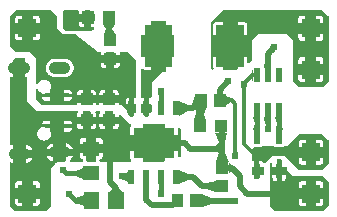
<source format=gtl>
G04 Layer: TopLayer*
G04 EasyEDA v6.4.7, 2020-12-07T01:06:49--5:00*
G04 5e8349f5503448508ce6795c89dbbb90,9f54a757970e4a3cb0a7e8d24ad546a0,10*
G04 Gerber Generator version 0.2*
G04 Scale: 100 percent, Rotated: No, Reflected: No *
G04 Dimensions in millimeters *
G04 leading zeros omitted , absolute positions ,3 integer and 3 decimal *
%FSLAX33Y33*%
%MOMM*%
G90*
D02*

%ADD11C,0.499999*%
%ADD12C,0.299999*%
%ADD13C,0.399999*%
%ADD14C,0.609600*%
%ADD15R,0.999998X1.099998*%
%ADD17R,1.099998X0.999998*%
%ADD18R,0.599440X1.198880*%
%ADD20R,1.399540X1.300480*%
%ADD21R,0.480060X1.299997*%
%ADD22R,1.999996X0.399999*%
%ADD23R,3.499866X2.499995*%
%ADD24R,1.599997X1.599997*%
%ADD25C,1.050011*%

%LPD*%
G36*
G01X6241Y17499D02*
G01X5101Y17499D01*
G01X5087Y17498D01*
G01X5072Y17495D01*
G01X5059Y17490D01*
G01X5046Y17483D01*
G01X5035Y17475D01*
G01X5024Y17464D01*
G01X5016Y17453D01*
G01X5009Y17440D01*
G01X5004Y17427D01*
G01X5001Y17412D01*
G01X4999Y17398D01*
G01X4999Y16042D01*
G01X5001Y16026D01*
G01X5004Y16010D01*
G01X5011Y15995D01*
G01X5019Y15982D01*
G01X5029Y15970D01*
G01X5170Y15829D01*
G01X5182Y15819D01*
G01X5196Y15811D01*
G01X5210Y15805D01*
G01X5226Y15801D01*
G01X5242Y15800D01*
G01X7457Y15799D01*
G01X7473Y15801D01*
G01X7489Y15804D01*
G01X7504Y15811D01*
G01X7517Y15819D01*
G01X7529Y15829D01*
G01X7620Y15920D01*
G01X7630Y15932D01*
G01X7638Y15945D01*
G01X7644Y15960D01*
G01X7648Y15975D01*
G01X7649Y15991D01*
G01X7648Y16006D01*
G01X7645Y16020D01*
G01X7640Y16034D01*
G01X7633Y16046D01*
G01X7624Y16058D01*
G01X7614Y16068D01*
G01X7603Y16077D01*
G01X7590Y16084D01*
G01X7576Y16089D01*
G01X7562Y16092D01*
G01X7548Y16093D01*
G01X7413Y16093D01*
G01X7413Y16561D01*
G01X7598Y16561D01*
G01X7612Y16562D01*
G01X7627Y16565D01*
G01X7640Y16570D01*
G01X7653Y16577D01*
G01X7664Y16586D01*
G01X7675Y16596D01*
G01X7683Y16608D01*
G01X7690Y16620D01*
G01X7695Y16634D01*
G01X7698Y16648D01*
G01X7700Y16663D01*
G01X7700Y17136D01*
G01X7698Y17151D01*
G01X7695Y17165D01*
G01X7690Y17179D01*
G01X7683Y17191D01*
G01X7675Y17203D01*
G01X7664Y17213D01*
G01X7653Y17222D01*
G01X7640Y17229D01*
G01X7627Y17234D01*
G01X7612Y17237D01*
G01X7598Y17238D01*
G01X7413Y17238D01*
G01X7413Y17398D01*
G01X7412Y17412D01*
G01X7409Y17427D01*
G01X7404Y17440D01*
G01X7397Y17453D01*
G01X7388Y17464D01*
G01X7378Y17475D01*
G01X7366Y17483D01*
G01X7354Y17490D01*
G01X7340Y17495D01*
G01X7326Y17498D01*
G01X7311Y17499D01*
G01X6888Y17499D01*
G01X6873Y17498D01*
G01X6859Y17495D01*
G01X6845Y17490D01*
G01X6833Y17483D01*
G01X6821Y17475D01*
G01X6811Y17464D01*
G01X6802Y17453D01*
G01X6795Y17440D01*
G01X6790Y17427D01*
G01X6787Y17412D01*
G01X6786Y17398D01*
G01X6786Y17238D01*
G01X6343Y17238D01*
G01X6343Y17398D01*
G01X6342Y17412D01*
G01X6339Y17427D01*
G01X6334Y17440D01*
G01X6327Y17453D01*
G01X6318Y17464D01*
G01X6308Y17475D01*
G01X6296Y17483D01*
G01X6284Y17490D01*
G01X6270Y17495D01*
G01X6256Y17498D01*
G01X6241Y17499D01*
G37*

%LPC*%
G36*
G01X6786Y16561D02*
G01X6343Y16561D01*
G01X6343Y16349D01*
G01X6344Y16326D01*
G01X6347Y16302D01*
G01X6353Y16279D01*
G01X6360Y16257D01*
G01X6370Y16235D01*
G01X6381Y16214D01*
G01X6395Y16195D01*
G01X6410Y16177D01*
G01X6427Y16160D01*
G01X6445Y16145D01*
G01X6464Y16131D01*
G01X6485Y16120D01*
G01X6507Y16110D01*
G01X6529Y16103D01*
G01X6552Y16097D01*
G01X6576Y16094D01*
G01X6599Y16093D01*
G01X6786Y16093D01*
G01X6786Y16561D01*
G37*

%LPD*%
G36*
G01X26957Y17499D02*
G01X18542Y17499D01*
G01X18526Y17498D01*
G01X18510Y17495D01*
G01X18495Y17488D01*
G01X18482Y17480D01*
G01X18470Y17470D01*
G01X17529Y16529D01*
G01X17519Y16517D01*
G01X17511Y16504D01*
G01X17504Y16489D01*
G01X17501Y16473D01*
G01X17499Y16457D01*
G01X17499Y12601D01*
G01X17501Y12587D01*
G01X17504Y12572D01*
G01X17509Y12559D01*
G01X17516Y12546D01*
G01X17524Y12535D01*
G01X17535Y12524D01*
G01X17546Y12516D01*
G01X17559Y12509D01*
G01X17572Y12504D01*
G01X17587Y12501D01*
G01X17601Y12500D01*
G01X17668Y12500D01*
G01X17683Y12501D01*
G01X17697Y12504D01*
G01X17710Y12509D01*
G01X17723Y12516D01*
G01X17735Y12524D01*
G01X17745Y12535D01*
G01X17754Y12546D01*
G01X17761Y12559D01*
G01X17766Y12572D01*
G01X17769Y12587D01*
G01X17770Y12601D01*
G01X17769Y12616D01*
G01X17766Y12630D01*
G01X17751Y12669D01*
G01X17743Y12695D01*
G01X17739Y12722D01*
G01X17738Y12750D01*
G01X17738Y13561D01*
G01X18518Y13561D01*
G01X18518Y12601D01*
G01X18519Y12587D01*
G01X18522Y12572D01*
G01X18527Y12559D01*
G01X18534Y12546D01*
G01X18543Y12535D01*
G01X18553Y12524D01*
G01X18565Y12516D01*
G01X18577Y12509D01*
G01X18591Y12504D01*
G01X18605Y12500D01*
G01X18620Y12499D01*
G01X19718Y12499D01*
G01X19733Y12500D01*
G01X19747Y12504D01*
G01X19761Y12509D01*
G01X19773Y12516D01*
G01X19785Y12524D01*
G01X19795Y12534D01*
G01X19804Y12546D01*
G01X19811Y12559D01*
G01X19816Y12572D01*
G01X19819Y12587D01*
G01X19820Y12601D01*
G01X19820Y13561D01*
G01X20601Y13561D01*
G01X20601Y13146D01*
G01X20602Y13131D01*
G01X20605Y13117D01*
G01X20610Y13104D01*
G01X20617Y13091D01*
G01X20625Y13079D01*
G01X20636Y13069D01*
G01X20647Y13060D01*
G01X20660Y13053D01*
G01X20674Y13048D01*
G01X20688Y13045D01*
G01X20702Y13044D01*
G01X20718Y13045D01*
G01X20734Y13049D01*
G01X20748Y13055D01*
G01X20762Y13064D01*
G01X20774Y13074D01*
G01X20970Y13270D01*
G01X20980Y13282D01*
G01X20988Y13295D01*
G01X20994Y13310D01*
G01X20998Y13326D01*
G01X20999Y13342D01*
G01X21000Y14999D01*
G01X21500Y15499D01*
G01X24000Y15499D01*
G01X24500Y14999D01*
G01X24500Y11542D01*
G01X24501Y11526D01*
G01X24504Y11510D01*
G01X24511Y11495D01*
G01X24519Y11482D01*
G01X24529Y11470D01*
G01X24970Y11029D01*
G01X24982Y11019D01*
G01X24995Y11011D01*
G01X25010Y11004D01*
G01X25026Y11001D01*
G01X25042Y10999D01*
G01X26957Y10999D01*
G01X26973Y11001D01*
G01X26989Y11004D01*
G01X27004Y11011D01*
G01X27017Y11019D01*
G01X27029Y11029D01*
G01X27470Y11470D01*
G01X27480Y11482D01*
G01X27488Y11495D01*
G01X27495Y11510D01*
G01X27498Y11526D01*
G01X27499Y11542D01*
G01X27499Y16957D01*
G01X27498Y16973D01*
G01X27495Y16989D01*
G01X27488Y17004D01*
G01X27480Y17017D01*
G01X27470Y17029D01*
G01X27029Y17470D01*
G01X27017Y17480D01*
G01X27004Y17488D01*
G01X26989Y17495D01*
G01X26973Y17498D01*
G01X26957Y17499D01*
G37*

%LPC*%
G36*
G01X20344Y16506D02*
G01X19820Y16506D01*
G01X19820Y15438D01*
G01X20601Y15438D01*
G01X20601Y16250D01*
G01X20600Y16273D01*
G01X20596Y16297D01*
G01X20591Y16320D01*
G01X20583Y16342D01*
G01X20574Y16364D01*
G01X20562Y16385D01*
G01X20549Y16404D01*
G01X20534Y16422D01*
G01X20517Y16439D01*
G01X20499Y16454D01*
G01X20479Y16468D01*
G01X20458Y16479D01*
G01X20437Y16489D01*
G01X20414Y16496D01*
G01X20391Y16502D01*
G01X20368Y16505D01*
G01X20344Y16506D01*
G37*
G36*
G01X18518Y16506D02*
G01X17994Y16506D01*
G01X17970Y16505D01*
G01X17947Y16502D01*
G01X17924Y16496D01*
G01X17901Y16489D01*
G01X17880Y16479D01*
G01X17859Y16468D01*
G01X17839Y16454D01*
G01X17821Y16439D01*
G01X17804Y16422D01*
G01X17789Y16404D01*
G01X17776Y16385D01*
G01X17764Y16364D01*
G01X17755Y16342D01*
G01X17747Y16320D01*
G01X17742Y16297D01*
G01X17739Y16273D01*
G01X17738Y16250D01*
G01X17738Y15438D01*
G01X18518Y15438D01*
G01X18518Y16506D01*
G37*
G36*
G01X25536Y13556D02*
G01X25199Y13556D01*
G01X25176Y13555D01*
G01X25152Y13552D01*
G01X25129Y13546D01*
G01X25107Y13539D01*
G01X25085Y13529D01*
G01X25064Y13517D01*
G01X25045Y13504D01*
G01X25027Y13489D01*
G01X25010Y13472D01*
G01X24995Y13454D01*
G01X24981Y13434D01*
G01X24970Y13414D01*
G01X24960Y13392D01*
G01X24953Y13370D01*
G01X24947Y13347D01*
G01X24944Y13323D01*
G01X24943Y13299D01*
G01X24943Y12963D01*
G01X25536Y12963D01*
G01X25536Y13556D01*
G37*
G36*
G01X26799Y13556D02*
G01X26463Y13556D01*
G01X26463Y12963D01*
G01X27056Y12963D01*
G01X27056Y13299D01*
G01X27055Y13323D01*
G01X27052Y13347D01*
G01X27046Y13370D01*
G01X27039Y13392D01*
G01X27029Y13414D01*
G01X27018Y13434D01*
G01X27004Y13454D01*
G01X26989Y13472D01*
G01X26972Y13489D01*
G01X26954Y13504D01*
G01X26934Y13517D01*
G01X26914Y13529D01*
G01X26892Y13539D01*
G01X26870Y13546D01*
G01X26847Y13552D01*
G01X26823Y13555D01*
G01X26799Y13556D01*
G37*
G36*
G01X27056Y15536D02*
G01X26463Y15536D01*
G01X26463Y14943D01*
G01X26799Y14943D01*
G01X26823Y14944D01*
G01X26847Y14947D01*
G01X26870Y14953D01*
G01X26892Y14960D01*
G01X26914Y14970D01*
G01X26934Y14981D01*
G01X26954Y14995D01*
G01X26972Y15010D01*
G01X26989Y15027D01*
G01X27004Y15045D01*
G01X27018Y15064D01*
G01X27029Y15085D01*
G01X27039Y15107D01*
G01X27046Y15129D01*
G01X27052Y15152D01*
G01X27055Y15176D01*
G01X27056Y15199D01*
G01X27056Y15536D01*
G37*
G36*
G01X25536Y15536D02*
G01X24943Y15536D01*
G01X24943Y15199D01*
G01X24944Y15176D01*
G01X24947Y15152D01*
G01X24953Y15129D01*
G01X24960Y15107D01*
G01X24970Y15085D01*
G01X24981Y15064D01*
G01X24995Y15045D01*
G01X25010Y15027D01*
G01X25027Y15010D01*
G01X25045Y14995D01*
G01X25064Y14981D01*
G01X25085Y14970D01*
G01X25107Y14960D01*
G01X25129Y14953D01*
G01X25152Y14947D01*
G01X25176Y14944D01*
G01X25199Y14943D01*
G01X25536Y14943D01*
G01X25536Y15536D01*
G37*
G36*
G01X25536Y17056D02*
G01X25199Y17056D01*
G01X25176Y17055D01*
G01X25152Y17052D01*
G01X25129Y17046D01*
G01X25107Y17039D01*
G01X25085Y17029D01*
G01X25064Y17018D01*
G01X25045Y17004D01*
G01X25027Y16989D01*
G01X25010Y16972D01*
G01X24995Y16954D01*
G01X24981Y16935D01*
G01X24970Y16914D01*
G01X24960Y16892D01*
G01X24953Y16870D01*
G01X24947Y16847D01*
G01X24944Y16823D01*
G01X24943Y16799D01*
G01X24943Y16463D01*
G01X25536Y16463D01*
G01X25536Y17056D01*
G37*
G36*
G01X26799Y17056D02*
G01X26463Y17056D01*
G01X26463Y16463D01*
G01X27056Y16463D01*
G01X27056Y16799D01*
G01X27055Y16823D01*
G01X27052Y16847D01*
G01X27046Y16870D01*
G01X27039Y16892D01*
G01X27029Y16914D01*
G01X27018Y16935D01*
G01X27004Y16954D01*
G01X26989Y16972D01*
G01X26972Y16989D01*
G01X26954Y17004D01*
G01X26934Y17018D01*
G01X26914Y17029D01*
G01X26892Y17039D01*
G01X26870Y17046D01*
G01X26847Y17052D01*
G01X26823Y17055D01*
G01X26799Y17056D01*
G37*
G36*
G01X25536Y12036D02*
G01X24943Y12036D01*
G01X24943Y11699D01*
G01X24944Y11676D01*
G01X24947Y11652D01*
G01X24953Y11629D01*
G01X24960Y11607D01*
G01X24970Y11585D01*
G01X24981Y11564D01*
G01X24995Y11545D01*
G01X25010Y11527D01*
G01X25027Y11510D01*
G01X25045Y11495D01*
G01X25064Y11481D01*
G01X25085Y11470D01*
G01X25107Y11460D01*
G01X25129Y11453D01*
G01X25152Y11447D01*
G01X25176Y11444D01*
G01X25199Y11443D01*
G01X25536Y11443D01*
G01X25536Y12036D01*
G37*
G36*
G01X27056Y12036D02*
G01X26463Y12036D01*
G01X26463Y11443D01*
G01X26799Y11443D01*
G01X26823Y11444D01*
G01X26847Y11447D01*
G01X26870Y11453D01*
G01X26892Y11460D01*
G01X26914Y11470D01*
G01X26934Y11481D01*
G01X26954Y11495D01*
G01X26972Y11510D01*
G01X26989Y11527D01*
G01X27004Y11545D01*
G01X27018Y11564D01*
G01X27029Y11585D01*
G01X27039Y11607D01*
G01X27046Y11629D01*
G01X27052Y11652D01*
G01X27055Y11676D01*
G01X27056Y11699D01*
G01X27056Y12036D01*
G37*

%LPD*%
G36*
G01X3957Y17499D02*
G01X1042Y17499D01*
G01X1026Y17498D01*
G01X1010Y17495D01*
G01X995Y17488D01*
G01X982Y17480D01*
G01X970Y17470D01*
G01X529Y17029D01*
G01X519Y17017D01*
G01X511Y17004D01*
G01X504Y16989D01*
G01X501Y16973D01*
G01X499Y16957D01*
G01X499Y14542D01*
G01X501Y14526D01*
G01X504Y14510D01*
G01X511Y14495D01*
G01X519Y14482D01*
G01X529Y14470D01*
G01X970Y14029D01*
G01X982Y14019D01*
G01X995Y14011D01*
G01X1010Y14004D01*
G01X1026Y14001D01*
G01X1042Y13999D01*
G01X2199Y13999D01*
G01X2700Y13499D01*
G01X2700Y11378D01*
G01X2701Y11364D01*
G01X2704Y11350D01*
G01X2709Y11336D01*
G01X2716Y11323D01*
G01X2724Y11312D01*
G01X2735Y11302D01*
G01X2746Y11293D01*
G01X2759Y11286D01*
G01X2772Y11281D01*
G01X2787Y11278D01*
G01X2801Y11277D01*
G01X2817Y11278D01*
G01X2832Y11282D01*
G01X2847Y11288D01*
G01X2860Y11296D01*
G01X2872Y11306D01*
G01X2883Y11318D01*
G01X2891Y11331D01*
G01X2908Y11362D01*
G01X2927Y11391D01*
G01X2948Y11419D01*
G01X2971Y11446D01*
G01X2995Y11472D01*
G01X3020Y11496D01*
G01X3047Y11519D01*
G01X3076Y11539D01*
G01X3105Y11558D01*
G01X3136Y11576D01*
G01X3167Y11591D01*
G01X3200Y11604D01*
G01X3233Y11616D01*
G01X3267Y11625D01*
G01X3301Y11633D01*
G01X3336Y11638D01*
G01X3371Y11641D01*
G01X3406Y11642D01*
G01X3441Y11641D01*
G01X3476Y11638D01*
G01X3511Y11633D01*
G01X3545Y11625D01*
G01X3579Y11616D01*
G01X3612Y11604D01*
G01X3645Y11591D01*
G01X3676Y11576D01*
G01X3707Y11558D01*
G01X3736Y11539D01*
G01X3765Y11519D01*
G01X3792Y11496D01*
G01X3817Y11472D01*
G01X3841Y11446D01*
G01X3864Y11419D01*
G01X3884Y11391D01*
G01X3904Y11362D01*
G01X3921Y11331D01*
G01X3936Y11299D01*
G01X3950Y11267D01*
G01X3961Y11234D01*
G01X3971Y11200D01*
G01X3978Y11166D01*
G01X3983Y11131D01*
G01X3986Y11096D01*
G01X3987Y11061D01*
G01X3986Y11026D01*
G01X3983Y10991D01*
G01X3978Y10957D01*
G01X3971Y10923D01*
G01X3961Y10889D01*
G01X3945Y10842D01*
G01X3939Y10824D01*
G01X3937Y10804D01*
G01X3937Y10464D01*
G01X3239Y10464D01*
G01X3232Y10480D01*
G01X3222Y10494D01*
G01X3211Y10506D01*
G01X3197Y10516D01*
G01X3182Y10524D01*
G01X3149Y10539D01*
G01X3116Y10556D01*
G01X3085Y10576D01*
G01X3055Y10597D01*
G01X3027Y10620D01*
G01X3000Y10644D01*
G01X2975Y10671D01*
G01X2951Y10699D01*
G01X2929Y10728D01*
G01X2909Y10758D01*
G01X2891Y10790D01*
G01X2883Y10804D01*
G01X2872Y10816D01*
G01X2860Y10826D01*
G01X2847Y10834D01*
G01X2832Y10840D01*
G01X2817Y10843D01*
G01X2801Y10845D01*
G01X2787Y10844D01*
G01X2772Y10841D01*
G01X2746Y10829D01*
G01X2735Y10820D01*
G01X2724Y10810D01*
G01X2716Y10798D01*
G01X2709Y10785D01*
G01X2704Y10772D01*
G01X2701Y10757D01*
G01X2700Y10743D01*
G01X2700Y10042D01*
G01X2701Y10026D01*
G01X2704Y10010D01*
G01X2711Y9995D01*
G01X2719Y9982D01*
G01X2729Y9970D01*
G01X3170Y9529D01*
G01X3182Y9519D01*
G01X3195Y9510D01*
G01X3210Y9504D01*
G01X3226Y9501D01*
G01X3241Y9499D01*
G01X6091Y9499D01*
G01X6106Y9501D01*
G01X6120Y9504D01*
G01X6133Y9509D01*
G01X6146Y9516D01*
G01X6158Y9524D01*
G01X6168Y9535D01*
G01X6177Y9546D01*
G01X6184Y9559D01*
G01X6189Y9572D01*
G01X6192Y9587D01*
G01X6193Y9601D01*
G01X6193Y9686D01*
G01X6661Y9686D01*
G01X6661Y9601D01*
G01X6662Y9587D01*
G01X6665Y9572D01*
G01X6670Y9559D01*
G01X6677Y9546D01*
G01X6686Y9535D01*
G01X6696Y9524D01*
G01X6708Y9516D01*
G01X6720Y9509D01*
G01X6734Y9504D01*
G01X6748Y9501D01*
G01X6763Y9499D01*
G01X7236Y9499D01*
G01X7251Y9501D01*
G01X7265Y9504D01*
G01X7279Y9509D01*
G01X7291Y9516D01*
G01X7303Y9524D01*
G01X7313Y9535D01*
G01X7322Y9546D01*
G01X7329Y9559D01*
G01X7334Y9572D01*
G01X7337Y9587D01*
G01X7338Y9601D01*
G01X7338Y9686D01*
G01X7806Y9686D01*
G01X7806Y9601D01*
G01X7807Y9587D01*
G01X7810Y9572D01*
G01X7815Y9559D01*
G01X7822Y9546D01*
G01X7831Y9535D01*
G01X7841Y9524D01*
G01X7853Y9516D01*
G01X7865Y9509D01*
G01X7879Y9504D01*
G01X7893Y9501D01*
G01X7908Y9499D01*
G01X7991Y9499D01*
G01X8006Y9501D01*
G01X8020Y9504D01*
G01X8033Y9509D01*
G01X8046Y9516D01*
G01X8058Y9524D01*
G01X8068Y9535D01*
G01X8077Y9546D01*
G01X8084Y9559D01*
G01X8089Y9572D01*
G01X8092Y9587D01*
G01X8093Y9601D01*
G01X8093Y9686D01*
G01X8561Y9686D01*
G01X8561Y9601D01*
G01X8562Y9587D01*
G01X8565Y9572D01*
G01X8570Y9559D01*
G01X8577Y9546D01*
G01X8586Y9535D01*
G01X8596Y9524D01*
G01X8608Y9516D01*
G01X8620Y9509D01*
G01X8634Y9504D01*
G01X8648Y9501D01*
G01X8663Y9499D01*
G01X9136Y9499D01*
G01X9151Y9501D01*
G01X9165Y9504D01*
G01X9179Y9509D01*
G01X9191Y9516D01*
G01X9203Y9524D01*
G01X9213Y9535D01*
G01X9222Y9546D01*
G01X9229Y9559D01*
G01X9234Y9572D01*
G01X9237Y9587D01*
G01X9238Y9601D01*
G01X9238Y9686D01*
G01X9706Y9686D01*
G01X9706Y9601D01*
G01X9707Y9587D01*
G01X9710Y9572D01*
G01X9715Y9559D01*
G01X9722Y9546D01*
G01X9731Y9534D01*
G01X9741Y9524D01*
G01X9753Y9516D01*
G01X9765Y9509D01*
G01X9779Y9504D01*
G01X9793Y9500D01*
G01X9808Y9499D01*
G01X9999Y9499D01*
G01X10125Y9374D01*
G01X10400Y9100D01*
G01X10400Y8921D01*
G01X10401Y8906D01*
G01X10404Y8892D01*
G01X10409Y8879D01*
G01X10416Y8866D01*
G01X10424Y8854D01*
G01X10435Y8844D01*
G01X10446Y8835D01*
G01X10459Y8828D01*
G01X10473Y8823D01*
G01X10487Y8820D01*
G01X10501Y8819D01*
G01X10611Y8819D01*
G01X10611Y8601D01*
G01X10612Y8587D01*
G01X10615Y8572D01*
G01X10620Y8559D01*
G01X10627Y8546D01*
G01X10636Y8535D01*
G01X10646Y8524D01*
G01X10658Y8516D01*
G01X10670Y8509D01*
G01X10684Y8504D01*
G01X10698Y8500D01*
G01X10713Y8499D01*
G01X10876Y8499D01*
G01X10891Y8500D01*
G01X10905Y8504D01*
G01X10919Y8509D01*
G01X10931Y8516D01*
G01X10943Y8524D01*
G01X10953Y8534D01*
G01X10962Y8546D01*
G01X10969Y8559D01*
G01X10974Y8572D01*
G01X10977Y8587D01*
G01X10978Y8601D01*
G01X10978Y8819D01*
G01X11098Y8819D01*
G01X11112Y8820D01*
G01X11127Y8823D01*
G01X11140Y8828D01*
G01X11153Y8835D01*
G01X11165Y8844D01*
G01X11175Y8854D01*
G01X11184Y8866D01*
G01X11196Y8892D01*
G01X11199Y8906D01*
G01X11200Y8921D01*
G01X11200Y9495D01*
G01X11199Y9509D01*
G01X11196Y9523D01*
G01X11190Y9537D01*
G01X11184Y9550D01*
G01X11175Y9561D01*
G01X11165Y9571D01*
G01X11153Y9580D01*
G01X11140Y9587D01*
G01X11127Y9592D01*
G01X11112Y9595D01*
G01X11098Y9596D01*
G01X10978Y9596D01*
G01X10978Y10114D01*
G01X11035Y10114D01*
G01X11057Y10113D01*
G01X11080Y10110D01*
G01X11098Y10109D01*
G01X11112Y10110D01*
G01X11127Y10113D01*
G01X11140Y10118D01*
G01X11153Y10125D01*
G01X11165Y10133D01*
G01X11175Y10144D01*
G01X11184Y10155D01*
G01X11190Y10168D01*
G01X11196Y10182D01*
G01X11199Y10196D01*
G01X11200Y10210D01*
G01X11200Y13257D01*
G01X11198Y13273D01*
G01X11195Y13289D01*
G01X11189Y13304D01*
G01X11180Y13317D01*
G01X11170Y13329D01*
G01X10529Y13970D01*
G01X10517Y13980D01*
G01X10504Y13988D01*
G01X10489Y13995D01*
G01X10473Y13998D01*
G01X10457Y13999D01*
G01X9908Y13999D01*
G01X9893Y13998D01*
G01X9879Y13995D01*
G01X9865Y13990D01*
G01X9853Y13983D01*
G01X9841Y13975D01*
G01X9831Y13964D01*
G01X9822Y13953D01*
G01X9815Y13940D01*
G01X9810Y13927D01*
G01X9807Y13912D01*
G01X9806Y13898D01*
G01X9806Y13713D01*
G01X9338Y13713D01*
G01X9338Y13898D01*
G01X9337Y13912D01*
G01X9334Y13927D01*
G01X9329Y13940D01*
G01X9322Y13953D01*
G01X9313Y13964D01*
G01X9303Y13975D01*
G01X9291Y13983D01*
G01X9279Y13990D01*
G01X9265Y13995D01*
G01X9251Y13998D01*
G01X9236Y13999D01*
G01X8763Y13999D01*
G01X8748Y13998D01*
G01X8734Y13995D01*
G01X8720Y13990D01*
G01X8708Y13983D01*
G01X8696Y13975D01*
G01X8686Y13964D01*
G01X8677Y13953D01*
G01X8670Y13940D01*
G01X8665Y13927D01*
G01X8662Y13912D01*
G01X8661Y13898D01*
G01X8661Y13713D01*
G01X8193Y13713D01*
G01X8193Y13898D01*
G01X8192Y13912D01*
G01X8189Y13927D01*
G01X8184Y13940D01*
G01X8177Y13953D01*
G01X8168Y13964D01*
G01X8158Y13975D01*
G01X8146Y13983D01*
G01X8133Y13990D01*
G01X8120Y13995D01*
G01X8106Y13998D01*
G01X8091Y13999D01*
G01X7999Y13999D01*
G01X6027Y15479D01*
G01X6013Y15488D01*
G01X5998Y15494D01*
G01X5982Y15498D01*
G01X5966Y15499D01*
G01X4999Y15499D01*
G01X4500Y15999D01*
G01X4499Y16957D01*
G01X4498Y16973D01*
G01X4495Y16989D01*
G01X4488Y17004D01*
G01X4480Y17017D01*
G01X4470Y17029D01*
G01X4029Y17470D01*
G01X4017Y17480D01*
G01X4004Y17488D01*
G01X3989Y17494D01*
G01X3973Y17498D01*
G01X3957Y17499D01*
G37*

%LPC*%
G36*
G01X5125Y13422D02*
G01X4326Y13422D01*
G01X4285Y13421D01*
G01X4245Y13418D01*
G01X4204Y13413D01*
G01X4164Y13405D01*
G01X4124Y13396D01*
G01X4085Y13384D01*
G01X4046Y13370D01*
G01X4008Y13355D01*
G01X3971Y13337D01*
G01X3935Y13318D01*
G01X3901Y13296D01*
G01X3867Y13273D01*
G01X3834Y13248D01*
G01X3803Y13222D01*
G01X3745Y13164D01*
G01X3719Y13133D01*
G01X3694Y13100D01*
G01X3671Y13066D01*
G01X3649Y13032D01*
G01X3630Y12996D01*
G01X3612Y12959D01*
G01X3597Y12921D01*
G01X3583Y12882D01*
G01X3571Y12843D01*
G01X3562Y12803D01*
G01X3554Y12763D01*
G01X3549Y12722D01*
G01X3546Y12682D01*
G01X3545Y12641D01*
G01X3546Y12600D01*
G01X3549Y12559D01*
G01X3554Y12519D01*
G01X3562Y12478D01*
G01X3571Y12438D01*
G01X3583Y12399D01*
G01X3597Y12361D01*
G01X3612Y12323D01*
G01X3630Y12286D01*
G01X3649Y12250D01*
G01X3671Y12215D01*
G01X3694Y12181D01*
G01X3719Y12149D01*
G01X3745Y12118D01*
G01X3774Y12088D01*
G01X3803Y12060D01*
G01X3834Y12033D01*
G01X3867Y12008D01*
G01X3901Y11985D01*
G01X3935Y11964D01*
G01X3971Y11944D01*
G01X4008Y11927D01*
G01X4046Y11911D01*
G01X4085Y11897D01*
G01X4124Y11886D01*
G01X4164Y11876D01*
G01X4204Y11869D01*
G01X4245Y11864D01*
G01X4285Y11860D01*
G01X4326Y11859D01*
G01X5125Y11859D01*
G01X5166Y11860D01*
G01X5207Y11864D01*
G01X5247Y11869D01*
G01X5288Y11876D01*
G01X5327Y11886D01*
G01X5367Y11897D01*
G01X5405Y11911D01*
G01X5443Y11927D01*
G01X5480Y11944D01*
G01X5516Y11964D01*
G01X5551Y11985D01*
G01X5584Y12008D01*
G01X5617Y12033D01*
G01X5648Y12060D01*
G01X5678Y12088D01*
G01X5706Y12118D01*
G01X5732Y12149D01*
G01X5757Y12181D01*
G01X5780Y12215D01*
G01X5802Y12250D01*
G01X5821Y12286D01*
G01X5839Y12323D01*
G01X5855Y12361D01*
G01X5868Y12399D01*
G01X5880Y12438D01*
G01X5889Y12478D01*
G01X5897Y12519D01*
G01X5902Y12559D01*
G01X5905Y12600D01*
G01X5907Y12641D01*
G01X5905Y12682D01*
G01X5902Y12722D01*
G01X5897Y12763D01*
G01X5889Y12803D01*
G01X5880Y12843D01*
G01X5868Y12882D01*
G01X5855Y12921D01*
G01X5839Y12959D01*
G01X5821Y12996D01*
G01X5802Y13032D01*
G01X5780Y13066D01*
G01X5757Y13100D01*
G01X5732Y13133D01*
G01X5706Y13164D01*
G01X5678Y13193D01*
G01X5648Y13222D01*
G01X5617Y13248D01*
G01X5584Y13273D01*
G01X5551Y13296D01*
G01X5516Y13318D01*
G01X5480Y13337D01*
G01X5443Y13355D01*
G01X5405Y13370D01*
G01X5367Y13384D01*
G01X5327Y13396D01*
G01X5288Y13405D01*
G01X5247Y13413D01*
G01X5207Y13418D01*
G01X5166Y13421D01*
G01X5125Y13422D01*
G37*
G36*
G01X3043Y15542D02*
G01X2457Y15542D01*
G01X2457Y14956D01*
G01X2787Y14956D01*
G01X2811Y14957D01*
G01X2834Y14960D01*
G01X2857Y14965D01*
G01X2880Y14973D01*
G01X2901Y14982D01*
G01X2922Y14994D01*
G01X2942Y15007D01*
G01X2960Y15023D01*
G01X2976Y15039D01*
G01X2992Y15057D01*
G01X3005Y15077D01*
G01X3017Y15098D01*
G01X3026Y15119D01*
G01X3034Y15142D01*
G01X3039Y15165D01*
G01X3042Y15188D01*
G01X3043Y15212D01*
G01X3043Y15542D01*
G37*
G36*
G01X2787Y17043D02*
G01X2457Y17043D01*
G01X2457Y16457D01*
G01X3043Y16457D01*
G01X3043Y16787D01*
G01X3042Y16811D01*
G01X3039Y16834D01*
G01X3034Y16857D01*
G01X3026Y16880D01*
G01X3017Y16901D01*
G01X3005Y16922D01*
G01X2992Y16942D01*
G01X2976Y16960D01*
G01X2960Y16976D01*
G01X2942Y16992D01*
G01X2922Y17005D01*
G01X2901Y17017D01*
G01X2880Y17026D01*
G01X2857Y17034D01*
G01X2834Y17039D01*
G01X2811Y17042D01*
G01X2787Y17043D01*
G37*
G36*
G01X1542Y15542D02*
G01X956Y15542D01*
G01X956Y15212D01*
G01X957Y15188D01*
G01X960Y15165D01*
G01X965Y15142D01*
G01X973Y15119D01*
G01X982Y15098D01*
G01X994Y15077D01*
G01X1007Y15057D01*
G01X1023Y15039D01*
G01X1039Y15023D01*
G01X1057Y15007D01*
G01X1077Y14994D01*
G01X1098Y14982D01*
G01X1119Y14973D01*
G01X1142Y14965D01*
G01X1165Y14960D01*
G01X1188Y14957D01*
G01X1212Y14956D01*
G01X1542Y14956D01*
G01X1542Y15542D01*
G37*
G36*
G01X1542Y17043D02*
G01X1212Y17043D01*
G01X1188Y17042D01*
G01X1165Y17039D01*
G01X1142Y17034D01*
G01X1119Y17026D01*
G01X1098Y17017D01*
G01X1077Y17005D01*
G01X1057Y16992D01*
G01X1039Y16976D01*
G01X1023Y16960D01*
G01X1007Y16942D01*
G01X994Y16922D01*
G01X982Y16901D01*
G01X973Y16880D01*
G01X965Y16857D01*
G01X960Y16834D01*
G01X957Y16811D01*
G01X956Y16787D01*
G01X956Y16457D01*
G01X1542Y16457D01*
G01X1542Y17043D01*
G37*
G36*
G01X9449Y10756D02*
G01X9238Y10756D01*
G01X9238Y10313D01*
G01X9706Y10313D01*
G01X9706Y10499D01*
G01X9705Y10523D01*
G01X9702Y10547D01*
G01X9696Y10570D01*
G01X9689Y10592D01*
G01X9679Y10614D01*
G01X9668Y10635D01*
G01X9654Y10654D01*
G01X9639Y10672D01*
G01X9622Y10689D01*
G01X9604Y10704D01*
G01X9584Y10718D01*
G01X9564Y10729D01*
G01X9542Y10739D01*
G01X9520Y10746D01*
G01X9497Y10752D01*
G01X9473Y10755D01*
G01X9449Y10756D01*
G37*
G36*
G01X8561Y10756D02*
G01X8349Y10756D01*
G01X8326Y10755D01*
G01X8302Y10752D01*
G01X8279Y10746D01*
G01X8257Y10739D01*
G01X8235Y10729D01*
G01X8214Y10718D01*
G01X8195Y10704D01*
G01X8177Y10689D01*
G01X8160Y10672D01*
G01X8145Y10654D01*
G01X8131Y10635D01*
G01X8120Y10614D01*
G01X8110Y10592D01*
G01X8103Y10570D01*
G01X8097Y10547D01*
G01X8094Y10523D01*
G01X8093Y10499D01*
G01X8093Y10313D01*
G01X8561Y10313D01*
G01X8561Y10756D01*
G37*
G36*
G01X7549Y10756D02*
G01X7338Y10756D01*
G01X7338Y10313D01*
G01X7806Y10313D01*
G01X7806Y10499D01*
G01X7805Y10523D01*
G01X7802Y10547D01*
G01X7796Y10570D01*
G01X7789Y10592D01*
G01X7779Y10614D01*
G01X7768Y10635D01*
G01X7754Y10654D01*
G01X7739Y10672D01*
G01X7722Y10689D01*
G01X7704Y10704D01*
G01X7684Y10718D01*
G01X7664Y10729D01*
G01X7642Y10739D01*
G01X7620Y10746D01*
G01X7597Y10752D01*
G01X7573Y10755D01*
G01X7549Y10756D01*
G37*
G36*
G01X6661Y10756D02*
G01X6449Y10756D01*
G01X6426Y10755D01*
G01X6402Y10752D01*
G01X6379Y10746D01*
G01X6357Y10739D01*
G01X6335Y10729D01*
G01X6314Y10718D01*
G01X6295Y10704D01*
G01X6277Y10689D01*
G01X6260Y10672D01*
G01X6245Y10654D01*
G01X6231Y10635D01*
G01X6220Y10614D01*
G01X6210Y10592D01*
G01X6203Y10570D01*
G01X6197Y10547D01*
G01X6194Y10523D01*
G01X6193Y10499D01*
G01X6193Y10313D01*
G01X6661Y10313D01*
G01X6661Y10756D01*
G37*
G36*
G01X9806Y13086D02*
G01X9338Y13086D01*
G01X9338Y12643D01*
G01X9549Y12643D01*
G01X9573Y12644D01*
G01X9597Y12647D01*
G01X9620Y12653D01*
G01X9642Y12660D01*
G01X9664Y12670D01*
G01X9684Y12681D01*
G01X9704Y12695D01*
G01X9722Y12710D01*
G01X9739Y12727D01*
G01X9754Y12745D01*
G01X9768Y12764D01*
G01X9779Y12785D01*
G01X9789Y12807D01*
G01X9796Y12829D01*
G01X9802Y12852D01*
G01X9805Y12876D01*
G01X9806Y12900D01*
G01X9806Y13086D01*
G37*
G36*
G01X8661Y13086D02*
G01X8193Y13086D01*
G01X8193Y12900D01*
G01X8194Y12876D01*
G01X8197Y12852D01*
G01X8203Y12829D01*
G01X8210Y12807D01*
G01X8220Y12785D01*
G01X8231Y12764D01*
G01X8245Y12745D01*
G01X8260Y12727D01*
G01X8277Y12710D01*
G01X8295Y12695D01*
G01X8314Y12681D01*
G01X8335Y12670D01*
G01X8357Y12660D01*
G01X8379Y12653D01*
G01X8402Y12647D01*
G01X8426Y12644D01*
G01X8449Y12643D01*
G01X8661Y12643D01*
G01X8661Y13086D01*
G37*
G36*
G01X5501Y10757D02*
G01X5064Y10757D01*
G01X5064Y10464D01*
G01X5758Y10464D01*
G01X5758Y10501D01*
G01X5756Y10524D01*
G01X5753Y10548D01*
G01X5748Y10571D01*
G01X5740Y10593D01*
G01X5731Y10615D01*
G01X5719Y10636D01*
G01X5706Y10655D01*
G01X5691Y10674D01*
G01X5674Y10690D01*
G01X5656Y10705D01*
G01X5636Y10719D01*
G01X5615Y10730D01*
G01X5594Y10740D01*
G01X5571Y10748D01*
G01X5548Y10753D01*
G01X5525Y10756D01*
G01X5501Y10757D01*
G37*
G36*
G01X3937Y10137D02*
G01X3244Y10137D01*
G01X3244Y10101D01*
G01X3246Y10077D01*
G01X3249Y10054D01*
G01X3254Y10031D01*
G01X3262Y10008D01*
G01X3271Y9986D01*
G01X3283Y9966D01*
G01X3296Y9946D01*
G01X3311Y9928D01*
G01X3328Y9911D01*
G01X3346Y9896D01*
G01X3366Y9883D01*
G01X3387Y9871D01*
G01X3408Y9862D01*
G01X3431Y9854D01*
G01X3454Y9849D01*
G01X3477Y9845D01*
G01X3501Y9844D01*
G01X3937Y9844D01*
G01X3937Y10137D01*
G37*
G36*
G01X5758Y10137D02*
G01X5064Y10137D01*
G01X5064Y9844D01*
G01X5501Y9844D01*
G01X5525Y9845D01*
G01X5548Y9849D01*
G01X5571Y9854D01*
G01X5594Y9862D01*
G01X5615Y9871D01*
G01X5636Y9883D01*
G01X5656Y9896D01*
G01X5674Y9911D01*
G01X5691Y9928D01*
G01X5706Y9946D01*
G01X5719Y9966D01*
G01X5731Y9986D01*
G01X5740Y10008D01*
G01X5748Y10031D01*
G01X5753Y10054D01*
G01X5756Y10077D01*
G01X5758Y10101D01*
G01X5758Y10137D01*
G37*
G36*
G01X10611Y10114D02*
G01X10554Y10114D01*
G01X10531Y10113D01*
G01X10507Y10110D01*
G01X10484Y10105D01*
G01X10462Y10097D01*
G01X10440Y10087D01*
G01X10419Y10076D01*
G01X10400Y10062D01*
G01X10382Y10047D01*
G01X10365Y10031D01*
G01X10350Y10012D01*
G01X10336Y9993D01*
G01X10325Y9972D01*
G01X10315Y9950D01*
G01X10308Y9928D01*
G01X10302Y9905D01*
G01X10299Y9881D01*
G01X10298Y9858D01*
G01X10298Y9596D01*
G01X10611Y9596D01*
G01X10611Y10114D01*
G37*

%LPD*%
G36*
G01X13649Y16599D02*
G01X12550Y16599D01*
G01X12536Y16598D01*
G01X12521Y16595D01*
G01X12508Y16590D01*
G01X12495Y16583D01*
G01X12483Y16575D01*
G01X12473Y16564D01*
G01X12465Y16553D01*
G01X12458Y16540D01*
G01X12453Y16527D01*
G01X12449Y16512D01*
G01X12448Y16498D01*
G01X12448Y15438D01*
G01X11701Y15438D01*
G01X11687Y15437D01*
G01X11672Y15434D01*
G01X11659Y15429D01*
G01X11646Y15422D01*
G01X11635Y15413D01*
G01X11624Y15403D01*
G01X11616Y15391D01*
G01X11609Y15379D01*
G01X11604Y15365D01*
G01X11601Y15351D01*
G01X11600Y15336D01*
G01X11599Y13663D01*
G01X11601Y13648D01*
G01X11604Y13634D01*
G01X11609Y13620D01*
G01X11616Y13608D01*
G01X11624Y13596D01*
G01X11635Y13586D01*
G01X11646Y13577D01*
G01X11659Y13570D01*
G01X11672Y13565D01*
G01X11687Y13562D01*
G01X11701Y13561D01*
G01X12448Y13561D01*
G01X12448Y12493D01*
G01X11924Y12493D01*
G01X11900Y12494D01*
G01X11875Y12498D01*
G01X11851Y12504D01*
G01X11828Y12512D01*
G01X11806Y12522D01*
G01X11784Y12535D01*
G01X11764Y12549D01*
G01X11750Y12558D01*
G01X11735Y12565D01*
G01X11718Y12570D01*
G01X11701Y12571D01*
G01X11687Y12570D01*
G01X11672Y12567D01*
G01X11659Y12562D01*
G01X11646Y12555D01*
G01X11635Y12546D01*
G01X11624Y12536D01*
G01X11616Y12524D01*
G01X11609Y12512D01*
G01X11604Y12498D01*
G01X11600Y12484D01*
G01X11599Y12470D01*
G01X11599Y10194D01*
G01X11600Y10180D01*
G01X11604Y10165D01*
G01X11609Y10152D01*
G01X11616Y10139D01*
G01X11624Y10127D01*
G01X11635Y10117D01*
G01X11646Y10108D01*
G01X11672Y10096D01*
G01X11687Y10093D01*
G01X11701Y10092D01*
G01X11719Y10094D01*
G01X11736Y10099D01*
G01X11765Y10107D01*
G01X11794Y10113D01*
G01X11824Y10114D01*
G01X11881Y10114D01*
G01X11881Y9596D01*
G01X11701Y9596D01*
G01X11687Y9595D01*
G01X11672Y9592D01*
G01X11659Y9587D01*
G01X11646Y9580D01*
G01X11635Y9571D01*
G01X11624Y9561D01*
G01X11616Y9550D01*
G01X11609Y9537D01*
G01X11604Y9523D01*
G01X11600Y9509D01*
G01X11599Y9495D01*
G01X11599Y8921D01*
G01X11600Y8906D01*
G01X11604Y8892D01*
G01X11609Y8879D01*
G01X11616Y8866D01*
G01X11624Y8854D01*
G01X11635Y8844D01*
G01X11646Y8835D01*
G01X11659Y8828D01*
G01X11672Y8823D01*
G01X11687Y8820D01*
G01X11701Y8819D01*
G01X11881Y8819D01*
G01X11881Y8601D01*
G01X11882Y8587D01*
G01X11885Y8572D01*
G01X11890Y8559D01*
G01X11897Y8546D01*
G01X11906Y8534D01*
G01X11916Y8524D01*
G01X11928Y8516D01*
G01X11940Y8509D01*
G01X11954Y8503D01*
G01X11968Y8500D01*
G01X11983Y8499D01*
G01X12146Y8499D01*
G01X12161Y8500D01*
G01X12175Y8503D01*
G01X12189Y8509D01*
G01X12201Y8516D01*
G01X12213Y8524D01*
G01X12223Y8534D01*
G01X12232Y8546D01*
G01X12239Y8559D01*
G01X12244Y8572D01*
G01X12247Y8587D01*
G01X12248Y8601D01*
G01X12248Y8819D01*
G01X12398Y8819D01*
G01X12412Y8820D01*
G01X12427Y8823D01*
G01X12440Y8828D01*
G01X12453Y8835D01*
G01X12465Y8844D01*
G01X12475Y8854D01*
G01X12483Y8866D01*
G01X12490Y8879D01*
G01X12495Y8892D01*
G01X12499Y8906D01*
G01X12500Y8921D01*
G01X12500Y9495D01*
G01X12499Y9509D01*
G01X12495Y9523D01*
G01X12490Y9537D01*
G01X12483Y9550D01*
G01X12475Y9561D01*
G01X12465Y9571D01*
G01X12453Y9580D01*
G01X12440Y9587D01*
G01X12427Y9592D01*
G01X12412Y9595D01*
G01X12398Y9596D01*
G01X12248Y9596D01*
G01X12248Y10114D01*
G01X12305Y10114D01*
G01X12338Y10112D01*
G01X12371Y10105D01*
G01X12398Y10102D01*
G01X12412Y10103D01*
G01X12427Y10106D01*
G01X12440Y10111D01*
G01X12453Y10118D01*
G01X12465Y10127D01*
G01X12475Y10137D01*
G01X12483Y10149D01*
G01X12490Y10161D01*
G01X12495Y10175D01*
G01X12499Y10189D01*
G01X12500Y10203D01*
G01X12500Y11400D01*
G01X13399Y12299D01*
G01X13649Y12299D01*
G01X13663Y12301D01*
G01X13677Y12304D01*
G01X13691Y12309D01*
G01X13704Y12316D01*
G01X13715Y12324D01*
G01X13726Y12335D01*
G01X13734Y12346D01*
G01X13741Y12359D01*
G01X13746Y12372D01*
G01X13749Y12387D01*
G01X13750Y12401D01*
G01X13750Y13561D01*
G01X14298Y13561D01*
G01X14312Y13562D01*
G01X14327Y13565D01*
G01X14340Y13570D01*
G01X14353Y13577D01*
G01X14364Y13586D01*
G01X14375Y13596D01*
G01X14383Y13608D01*
G01X14390Y13620D01*
G01X14395Y13634D01*
G01X14398Y13648D01*
G01X14399Y13663D01*
G01X14399Y15336D01*
G01X14398Y15351D01*
G01X14395Y15365D01*
G01X14390Y15379D01*
G01X14383Y15391D01*
G01X14375Y15403D01*
G01X14364Y15413D01*
G01X14353Y15422D01*
G01X14340Y15429D01*
G01X14327Y15434D01*
G01X14312Y15437D01*
G01X14298Y15438D01*
G01X13750Y15438D01*
G01X13750Y16498D01*
G01X13749Y16512D01*
G01X13746Y16527D01*
G01X13741Y16540D01*
G01X13734Y16553D01*
G01X13726Y16564D01*
G01X13715Y16575D01*
G01X13704Y16583D01*
G01X13691Y16590D01*
G01X13677Y16595D01*
G01X13663Y16598D01*
G01X13649Y16599D01*
G37*

%LPD*%
G36*
G01X26957Y6999D02*
G01X25042Y6999D01*
G01X25026Y6998D01*
G01X25010Y6995D01*
G01X24995Y6988D01*
G01X24982Y6980D01*
G01X24970Y6970D01*
G01X24500Y6499D01*
G01X23999Y6000D01*
G01X23791Y6000D01*
G01X23777Y5998D01*
G01X23763Y5995D01*
G01X23750Y5990D01*
G01X23737Y5984D01*
G01X23716Y5972D01*
G01X23694Y5962D01*
G01X23671Y5954D01*
G01X23647Y5948D01*
G01X23623Y5945D01*
G01X23599Y5944D01*
G01X23000Y5944D01*
G01X22976Y5945D01*
G01X22952Y5948D01*
G01X22928Y5954D01*
G01X22905Y5962D01*
G01X22883Y5972D01*
G01X22862Y5984D01*
G01X22849Y5990D01*
G01X22836Y5995D01*
G01X22822Y5998D01*
G01X22808Y6000D01*
G01X21912Y6000D01*
G01X21898Y5998D01*
G01X21883Y5995D01*
G01X21870Y5990D01*
G01X21857Y5984D01*
G01X21836Y5972D01*
G01X21814Y5962D01*
G01X21791Y5954D01*
G01X21768Y5948D01*
G01X21744Y5945D01*
G01X21720Y5944D01*
G01X21286Y5944D01*
G01X21270Y5942D01*
G01X21254Y5939D01*
G01X21239Y5932D01*
G01X21226Y5924D01*
G01X21214Y5914D01*
G01X21029Y5729D01*
G01X21019Y5717D01*
G01X21011Y5704D01*
G01X21004Y5689D01*
G01X21001Y5673D01*
G01X20999Y5657D01*
G01X20999Y4861D01*
G01X21000Y4847D01*
G01X21004Y4832D01*
G01X21009Y4819D01*
G01X21016Y4806D01*
G01X21024Y4794D01*
G01X21035Y4784D01*
G01X21046Y4776D01*
G01X21059Y4769D01*
G01X21072Y4764D01*
G01X21087Y4760D01*
G01X21101Y4759D01*
G01X21106Y4760D01*
G01X21207Y4760D01*
G01X21207Y4267D01*
G01X21101Y4267D01*
G01X21087Y4266D01*
G01X21072Y4263D01*
G01X21059Y4258D01*
G01X21046Y4251D01*
G01X21035Y4242D01*
G01X21024Y4232D01*
G01X21016Y4220D01*
G01X21009Y4208D01*
G01X21004Y4194D01*
G01X21000Y4180D01*
G01X20999Y4166D01*
G01X20999Y3642D01*
G01X21000Y3628D01*
G01X21004Y3614D01*
G01X21009Y3600D01*
G01X21016Y3587D01*
G01X21024Y3576D01*
G01X21035Y3566D01*
G01X21046Y3557D01*
G01X21059Y3550D01*
G01X21072Y3545D01*
G01X21087Y3542D01*
G01X21101Y3541D01*
G01X21207Y3541D01*
G01X21207Y3301D01*
G01X21208Y3287D01*
G01X21211Y3272D01*
G01X21216Y3259D01*
G01X21223Y3246D01*
G01X21231Y3234D01*
G01X21242Y3224D01*
G01X21253Y3216D01*
G01X21266Y3209D01*
G01X21280Y3204D01*
G01X21294Y3200D01*
G01X21308Y3199D01*
G01X21532Y3199D01*
G01X21546Y3200D01*
G01X21560Y3204D01*
G01X21574Y3209D01*
G01X21587Y3216D01*
G01X21598Y3224D01*
G01X21608Y3234D01*
G01X21617Y3246D01*
G01X21624Y3259D01*
G01X21629Y3272D01*
G01X21632Y3287D01*
G01X21633Y3301D01*
G01X21633Y3541D01*
G01X21898Y3541D01*
G01X21912Y3542D01*
G01X21926Y3545D01*
G01X21940Y3550D01*
G01X21953Y3557D01*
G01X21964Y3566D01*
G01X21975Y3576D01*
G01X21983Y3587D01*
G01X21990Y3600D01*
G01X21995Y3614D01*
G01X21998Y3628D01*
G01X21999Y3642D01*
G01X21999Y4166D01*
G01X21998Y4180D01*
G01X21995Y4194D01*
G01X21990Y4208D01*
G01X21983Y4220D01*
G01X21975Y4232D01*
G01X21964Y4242D01*
G01X21953Y4251D01*
G01X21940Y4258D01*
G01X21926Y4263D01*
G01X21912Y4266D01*
G01X21898Y4267D01*
G01X21633Y4267D01*
G01X21633Y4760D01*
G01X21720Y4760D01*
G01X21744Y4759D01*
G01X21769Y4755D01*
G01X21793Y4749D01*
G01X21817Y4741D01*
G01X21839Y4730D01*
G01X21861Y4718D01*
G01X21881Y4703D01*
G01X21899Y4687D01*
G01X21916Y4668D01*
G01X21931Y4649D01*
G01X21944Y4628D01*
G01X21953Y4615D01*
G01X21963Y4603D01*
G01X21975Y4593D01*
G01X21988Y4585D01*
G01X22003Y4580D01*
G01X22018Y4576D01*
G01X22033Y4575D01*
G01X22049Y4576D01*
G01X22064Y4580D01*
G01X22079Y4586D01*
G01X22093Y4594D01*
G01X22105Y4605D01*
G01X22699Y5199D01*
G01X23800Y5199D01*
G01X24970Y4029D01*
G01X24982Y4019D01*
G01X24995Y4011D01*
G01X25010Y4004D01*
G01X25026Y4001D01*
G01X25042Y3999D01*
G01X26957Y3999D01*
G01X26973Y4001D01*
G01X26989Y4004D01*
G01X27004Y4011D01*
G01X27017Y4019D01*
G01X27029Y4029D01*
G01X27470Y4470D01*
G01X27480Y4482D01*
G01X27488Y4495D01*
G01X27495Y4510D01*
G01X27498Y4526D01*
G01X27499Y4542D01*
G01X27499Y6457D01*
G01X27498Y6473D01*
G01X27495Y6489D01*
G01X27488Y6504D01*
G01X27480Y6517D01*
G01X27470Y6529D01*
G01X27029Y6970D01*
G01X27017Y6980D01*
G01X27004Y6988D01*
G01X26989Y6995D01*
G01X26973Y6998D01*
G01X26957Y6999D01*
G37*

%LPC*%
G36*
G01X27043Y5042D02*
G01X26457Y5042D01*
G01X26457Y4456D01*
G01X26787Y4456D01*
G01X26811Y4457D01*
G01X26834Y4460D01*
G01X26857Y4465D01*
G01X26880Y4473D01*
G01X26901Y4482D01*
G01X26922Y4494D01*
G01X26942Y4507D01*
G01X26960Y4523D01*
G01X26976Y4539D01*
G01X26992Y4557D01*
G01X27005Y4577D01*
G01X27017Y4598D01*
G01X27026Y4619D01*
G01X27034Y4642D01*
G01X27039Y4665D01*
G01X27042Y4688D01*
G01X27043Y4712D01*
G01X27043Y5042D01*
G37*
G36*
G01X25542Y5042D02*
G01X24956Y5042D01*
G01X24956Y4712D01*
G01X24957Y4688D01*
G01X24960Y4665D01*
G01X24965Y4642D01*
G01X24973Y4619D01*
G01X24982Y4598D01*
G01X24994Y4577D01*
G01X25007Y4557D01*
G01X25023Y4539D01*
G01X25039Y4523D01*
G01X25057Y4507D01*
G01X25077Y4494D01*
G01X25098Y4482D01*
G01X25119Y4473D01*
G01X25142Y4465D01*
G01X25165Y4460D01*
G01X25188Y4457D01*
G01X25212Y4456D01*
G01X25542Y4456D01*
G01X25542Y5042D01*
G37*
G36*
G01X26787Y6543D02*
G01X26457Y6543D01*
G01X26457Y5957D01*
G01X27043Y5957D01*
G01X27043Y6287D01*
G01X27042Y6311D01*
G01X27039Y6334D01*
G01X27034Y6357D01*
G01X27026Y6380D01*
G01X27017Y6401D01*
G01X27005Y6422D01*
G01X26992Y6441D01*
G01X26976Y6460D01*
G01X26960Y6476D01*
G01X26942Y6492D01*
G01X26922Y6505D01*
G01X26901Y6517D01*
G01X26880Y6526D01*
G01X26857Y6534D01*
G01X26834Y6539D01*
G01X26811Y6542D01*
G01X26787Y6543D01*
G37*
G36*
G01X25542Y6543D02*
G01X25212Y6543D01*
G01X25188Y6542D01*
G01X25165Y6539D01*
G01X25142Y6534D01*
G01X25119Y6526D01*
G01X25098Y6517D01*
G01X25077Y6505D01*
G01X25057Y6492D01*
G01X25039Y6476D01*
G01X25023Y6460D01*
G01X25007Y6441D01*
G01X24994Y6422D01*
G01X24982Y6401D01*
G01X24973Y6380D01*
G01X24965Y6357D01*
G01X24960Y6334D01*
G01X24957Y6311D01*
G01X24956Y6287D01*
G01X24956Y5957D01*
G01X25542Y5957D01*
G01X25542Y6543D01*
G37*

%LPD*%
G36*
G01X23411Y4899D02*
G01X23188Y4899D01*
G01X23173Y4898D01*
G01X23159Y4895D01*
G01X23146Y4890D01*
G01X23133Y4883D01*
G01X23121Y4875D01*
G01X23111Y4864D01*
G01X23102Y4853D01*
G01X23095Y4840D01*
G01X23090Y4826D01*
G01X23087Y4812D01*
G01X23086Y4798D01*
G01X23086Y4267D01*
G01X22743Y4267D01*
G01X22743Y4498D01*
G01X22742Y4512D01*
G01X22739Y4526D01*
G01X22734Y4540D01*
G01X22727Y4553D01*
G01X22718Y4564D01*
G01X22708Y4575D01*
G01X22697Y4583D01*
G01X22684Y4590D01*
G01X22670Y4595D01*
G01X22656Y4598D01*
G01X22642Y4599D01*
G01X22626Y4598D01*
G01X22610Y4594D01*
G01X22596Y4588D01*
G01X22582Y4580D01*
G01X22570Y4570D01*
G01X22529Y4529D01*
G01X22519Y4517D01*
G01X22511Y4503D01*
G01X22504Y4489D01*
G01X22501Y4473D01*
G01X22500Y4457D01*
G01X22500Y1042D01*
G01X22501Y1026D01*
G01X22504Y1010D01*
G01X22511Y995D01*
G01X22519Y982D01*
G01X22529Y970D01*
G01X22970Y529D01*
G01X22982Y519D01*
G01X22995Y511D01*
G01X23010Y504D01*
G01X23026Y501D01*
G01X23042Y499D01*
G01X26957Y499D01*
G01X26973Y501D01*
G01X26989Y504D01*
G01X27004Y511D01*
G01X27017Y519D01*
G01X27029Y529D01*
G01X27470Y970D01*
G01X27480Y982D01*
G01X27488Y995D01*
G01X27495Y1010D01*
G01X27498Y1026D01*
G01X27499Y1042D01*
G01X27500Y2957D01*
G01X27498Y2973D01*
G01X27495Y2989D01*
G01X27488Y3004D01*
G01X27480Y3017D01*
G01X27470Y3029D01*
G01X27029Y3470D01*
G01X27017Y3480D01*
G01X27003Y3488D01*
G01X26989Y3494D01*
G01X26973Y3498D01*
G01X26957Y3499D01*
G01X24500Y3499D01*
G01X23999Y4000D01*
G01X23999Y4166D01*
G01X23998Y4180D01*
G01X23995Y4194D01*
G01X23990Y4208D01*
G01X23983Y4220D01*
G01X23975Y4232D01*
G01X23964Y4242D01*
G01X23953Y4251D01*
G01X23940Y4258D01*
G01X23926Y4263D01*
G01X23912Y4266D01*
G01X23898Y4267D01*
G01X23513Y4267D01*
G01X23513Y4798D01*
G01X23512Y4812D01*
G01X23509Y4826D01*
G01X23504Y4840D01*
G01X23497Y4853D01*
G01X23488Y4864D01*
G01X23478Y4875D01*
G01X23466Y4883D01*
G01X23454Y4890D01*
G01X23440Y4895D01*
G01X23426Y4898D01*
G01X23411Y4899D01*
G37*

%LPC*%
G36*
G01X25542Y1542D02*
G01X24956Y1542D01*
G01X24956Y1212D01*
G01X24957Y1188D01*
G01X24960Y1165D01*
G01X24965Y1142D01*
G01X24973Y1119D01*
G01X24982Y1098D01*
G01X24994Y1077D01*
G01X25007Y1057D01*
G01X25023Y1039D01*
G01X25039Y1023D01*
G01X25057Y1007D01*
G01X25077Y994D01*
G01X25098Y982D01*
G01X25119Y973D01*
G01X25142Y965D01*
G01X25165Y960D01*
G01X25188Y957D01*
G01X25212Y956D01*
G01X25542Y956D01*
G01X25542Y1542D01*
G37*
G36*
G01X27043Y1542D02*
G01X26457Y1542D01*
G01X26457Y956D01*
G01X26787Y956D01*
G01X26811Y957D01*
G01X26834Y960D01*
G01X26857Y965D01*
G01X26880Y973D01*
G01X26901Y982D01*
G01X26922Y994D01*
G01X26942Y1007D01*
G01X26960Y1023D01*
G01X26976Y1039D01*
G01X26992Y1057D01*
G01X27005Y1077D01*
G01X27017Y1098D01*
G01X27026Y1119D01*
G01X27034Y1142D01*
G01X27039Y1165D01*
G01X27042Y1188D01*
G01X27043Y1212D01*
G01X27043Y1542D01*
G37*
G36*
G01X25542Y3043D02*
G01X25212Y3043D01*
G01X25188Y3042D01*
G01X25165Y3039D01*
G01X25142Y3034D01*
G01X25119Y3026D01*
G01X25098Y3017D01*
G01X25077Y3005D01*
G01X25057Y2992D01*
G01X25039Y2976D01*
G01X25023Y2960D01*
G01X25007Y2942D01*
G01X24994Y2922D01*
G01X24982Y2901D01*
G01X24973Y2880D01*
G01X24965Y2857D01*
G01X24960Y2834D01*
G01X24957Y2811D01*
G01X24956Y2787D01*
G01X24956Y2457D01*
G01X25542Y2457D01*
G01X25542Y3043D01*
G37*
G36*
G01X26787Y3043D02*
G01X26457Y3043D01*
G01X26457Y2457D01*
G01X27043Y2457D01*
G01X27043Y2787D01*
G01X27042Y2811D01*
G01X27039Y2834D01*
G01X27034Y2857D01*
G01X27026Y2880D01*
G01X27017Y2901D01*
G01X27005Y2922D01*
G01X26992Y2942D01*
G01X26976Y2960D01*
G01X26960Y2976D01*
G01X26942Y2992D01*
G01X26922Y3005D01*
G01X26901Y3017D01*
G01X26880Y3026D01*
G01X26857Y3034D01*
G01X26834Y3039D01*
G01X26811Y3042D01*
G01X26787Y3043D01*
G37*
G36*
G01X23856Y3541D02*
G01X23513Y3541D01*
G01X23513Y3048D01*
G01X23599Y3048D01*
G01X23623Y3049D01*
G01X23646Y3052D01*
G01X23669Y3058D01*
G01X23692Y3065D01*
G01X23714Y3075D01*
G01X23734Y3086D01*
G01X23754Y3100D01*
G01X23772Y3115D01*
G01X23789Y3132D01*
G01X23804Y3150D01*
G01X23817Y3169D01*
G01X23829Y3190D01*
G01X23838Y3212D01*
G01X23846Y3234D01*
G01X23851Y3257D01*
G01X23855Y3281D01*
G01X23856Y3304D01*
G01X23856Y3541D01*
G37*
G36*
G01X23086Y3541D02*
G01X22743Y3541D01*
G01X22743Y3304D01*
G01X22744Y3281D01*
G01X22748Y3257D01*
G01X22753Y3234D01*
G01X22761Y3212D01*
G01X22770Y3190D01*
G01X22782Y3169D01*
G01X22795Y3150D01*
G01X22810Y3132D01*
G01X22827Y3115D01*
G01X22845Y3100D01*
G01X22865Y3086D01*
G01X22885Y3075D01*
G01X22907Y3065D01*
G01X22930Y3058D01*
G01X22953Y3052D01*
G01X22976Y3049D01*
G01X23000Y3048D01*
G01X23086Y3048D01*
G01X23086Y3541D01*
G37*

%LPD*%
G36*
G01X1700Y13499D02*
G01X1042Y13499D01*
G01X1026Y13498D01*
G01X1010Y13495D01*
G01X995Y13488D01*
G01X982Y13480D01*
G01X970Y13470D01*
G01X780Y13280D01*
G01X769Y13268D01*
G01X761Y13254D01*
G01X755Y13239D01*
G01X751Y13224D01*
G01X750Y13208D01*
G01X750Y12967D01*
G01X601Y12967D01*
G01X587Y12966D01*
G01X572Y12963D01*
G01X546Y12951D01*
G01X535Y12942D01*
G01X524Y12932D01*
G01X516Y12920D01*
G01X509Y12907D01*
G01X504Y12894D01*
G01X501Y12879D01*
G01X499Y12865D01*
G01X499Y12416D01*
G01X501Y12402D01*
G01X504Y12388D01*
G01X509Y12374D01*
G01X516Y12361D01*
G01X524Y12350D01*
G01X535Y12339D01*
G01X546Y12331D01*
G01X559Y12324D01*
G01X572Y12319D01*
G01X587Y12316D01*
G01X601Y12315D01*
G01X750Y12315D01*
G01X750Y11869D01*
G01X710Y11877D01*
G01X671Y11886D01*
G01X633Y11898D01*
G01X617Y11902D01*
G01X601Y11903D01*
G01X587Y11902D01*
G01X572Y11899D01*
G01X559Y11894D01*
G01X546Y11887D01*
G01X535Y11878D01*
G01X524Y11868D01*
G01X516Y11856D01*
G01X509Y11844D01*
G01X504Y11830D01*
G01X501Y11816D01*
G01X499Y11801D01*
G01X499Y6182D01*
G01X501Y6167D01*
G01X504Y6153D01*
G01X509Y6140D01*
G01X516Y6127D01*
G01X524Y6115D01*
G01X535Y6105D01*
G01X546Y6096D01*
G01X559Y6089D01*
G01X572Y6084D01*
G01X587Y6081D01*
G01X601Y6080D01*
G01X620Y6082D01*
G01X639Y6087D01*
G01X678Y6102D01*
G01X718Y6114D01*
G01X759Y6124D01*
G01X800Y6132D01*
G01X800Y5687D01*
G01X601Y5687D01*
G01X587Y5686D01*
G01X572Y5683D01*
G01X559Y5678D01*
G01X546Y5671D01*
G01X535Y5662D01*
G01X524Y5652D01*
G01X516Y5640D01*
G01X509Y5627D01*
G01X504Y5614D01*
G01X501Y5600D01*
G01X499Y5585D01*
G01X499Y5136D01*
G01X501Y5122D01*
G01X504Y5108D01*
G01X509Y5094D01*
G01X516Y5081D01*
G01X524Y5070D01*
G01X535Y5060D01*
G01X546Y5051D01*
G01X559Y5044D01*
G01X572Y5039D01*
G01X587Y5036D01*
G01X601Y5035D01*
G01X800Y5035D01*
G01X800Y4590D01*
G01X759Y4597D01*
G01X718Y4608D01*
G01X678Y4620D01*
G01X639Y4634D01*
G01X620Y4640D01*
G01X601Y4641D01*
G01X587Y4640D01*
G01X572Y4637D01*
G01X559Y4632D01*
G01X546Y4625D01*
G01X535Y4617D01*
G01X524Y4606D01*
G01X516Y4595D01*
G01X509Y4582D01*
G01X504Y4568D01*
G01X501Y4554D01*
G01X499Y4540D01*
G01X499Y1042D01*
G01X501Y1026D01*
G01X504Y1010D01*
G01X511Y995D01*
G01X519Y982D01*
G01X529Y970D01*
G01X970Y529D01*
G01X982Y519D01*
G01X995Y511D01*
G01X1010Y504D01*
G01X1026Y501D01*
G01X1042Y499D01*
G01X3457Y499D01*
G01X3473Y501D01*
G01X3489Y504D01*
G01X3504Y511D01*
G01X3517Y519D01*
G01X3529Y529D01*
G01X3970Y970D01*
G01X3980Y982D01*
G01X3988Y995D01*
G01X3995Y1010D01*
G01X3998Y1026D01*
G01X3999Y1042D01*
G01X3999Y4199D01*
G01X4329Y4529D01*
G01X4339Y4541D01*
G01X4347Y4554D01*
G01X4361Y4563D01*
G01X4373Y4573D01*
G01X4500Y4700D01*
G01X5150Y4700D01*
G01X5164Y4701D01*
G01X5178Y4704D01*
G01X5192Y4709D01*
G01X5205Y4716D01*
G01X5216Y4724D01*
G01X5226Y4735D01*
G01X5235Y4746D01*
G01X5242Y4759D01*
G01X5247Y4773D01*
G01X5250Y4787D01*
G01X5251Y4801D01*
G01X5251Y5155D01*
G01X5835Y5155D01*
G01X5816Y5116D01*
G01X5794Y5077D01*
G01X5771Y5041D01*
G01X5745Y5005D01*
G01X5718Y4971D01*
G01X5688Y4939D01*
G01X5657Y4908D01*
G01X5624Y4879D01*
G01X5613Y4869D01*
G01X5604Y4857D01*
G01X5597Y4844D01*
G01X5592Y4830D01*
G01X5588Y4816D01*
G01X5587Y4801D01*
G01X5588Y4787D01*
G01X5591Y4773D01*
G01X5597Y4759D01*
G01X5604Y4746D01*
G01X5612Y4735D01*
G01X5622Y4724D01*
G01X5634Y4716D01*
G01X5647Y4709D01*
G01X5660Y4704D01*
G01X5675Y4701D01*
G01X5689Y4700D01*
G01X6616Y4700D01*
G01X6630Y4701D01*
G01X6644Y4704D01*
G01X6658Y4709D01*
G01X6670Y4716D01*
G01X6682Y4724D01*
G01X6692Y4735D01*
G01X6701Y4746D01*
G01X6708Y4759D01*
G01X6713Y4773D01*
G01X6716Y4787D01*
G01X6717Y4801D01*
G01X6716Y4816D01*
G01X6713Y4831D01*
G01X6707Y4845D01*
G01X6700Y4858D01*
G01X6691Y4870D01*
G01X6680Y4880D01*
G01X6667Y4889D01*
G01X6654Y4895D01*
G01X6639Y4900D01*
G01X6616Y4907D01*
G01X6593Y4916D01*
G01X6572Y4927D01*
G01X6551Y4940D01*
G01X6532Y4955D01*
G01X6514Y4972D01*
G01X6498Y4991D01*
G01X6484Y5010D01*
G01X6472Y5032D01*
G01X6462Y5054D01*
G01X6454Y5077D01*
G01X6448Y5101D01*
G01X6444Y5125D01*
G01X6443Y5149D01*
G01X6443Y5411D01*
G01X6986Y5411D01*
G01X6986Y4801D01*
G01X6987Y4787D01*
G01X6990Y4773D01*
G01X6995Y4759D01*
G01X7002Y4746D01*
G01X7011Y4735D01*
G01X7021Y4724D01*
G01X7033Y4716D01*
G01X7046Y4709D01*
G01X7059Y4704D01*
G01X7073Y4701D01*
G01X7088Y4700D01*
G01X7711Y4700D01*
G01X7726Y4701D01*
G01X7740Y4704D01*
G01X7754Y4709D01*
G01X7766Y4716D01*
G01X7778Y4724D01*
G01X7788Y4735D01*
G01X7797Y4746D01*
G01X7804Y4759D01*
G01X7809Y4773D01*
G01X7812Y4787D01*
G01X7813Y4801D01*
G01X7813Y5411D01*
G01X8356Y5411D01*
G01X8356Y5149D01*
G01X8355Y5125D01*
G01X8351Y5101D01*
G01X8345Y5077D01*
G01X8337Y5054D01*
G01X8327Y5032D01*
G01X8315Y5010D01*
G01X8301Y4991D01*
G01X8285Y4972D01*
G01X8267Y4955D01*
G01X8248Y4940D01*
G01X8227Y4927D01*
G01X8206Y4916D01*
G01X8183Y4907D01*
G01X8160Y4900D01*
G01X8145Y4895D01*
G01X8132Y4889D01*
G01X8119Y4880D01*
G01X8109Y4870D01*
G01X8099Y4858D01*
G01X8092Y4845D01*
G01X8086Y4831D01*
G01X8083Y4816D01*
G01X8082Y4801D01*
G01X8083Y4787D01*
G01X8086Y4773D01*
G01X8091Y4759D01*
G01X8098Y4746D01*
G01X8107Y4735D01*
G01X8117Y4724D01*
G01X8129Y4716D01*
G01X8141Y4709D01*
G01X8155Y4704D01*
G01X8169Y4701D01*
G01X8183Y4700D01*
G01X10691Y4700D01*
G01X10706Y4701D01*
G01X10720Y4704D01*
G01X10734Y4709D01*
G01X10746Y4716D01*
G01X10758Y4724D01*
G01X10768Y4735D01*
G01X10777Y4746D01*
G01X10784Y4759D01*
G01X10789Y4773D01*
G01X10792Y4787D01*
G01X10793Y4801D01*
G01X10792Y4817D01*
G01X10788Y4832D01*
G01X10783Y4846D01*
G01X10775Y4860D01*
G01X10765Y4872D01*
G01X10748Y4890D01*
G01X10734Y4910D01*
G01X10722Y4931D01*
G01X10712Y4954D01*
G01X10703Y4977D01*
G01X10698Y5001D01*
G01X10694Y5025D01*
G01X10693Y5050D01*
G01X10693Y5611D01*
G01X11761Y5611D01*
G01X11761Y4801D01*
G01X11762Y4787D01*
G01X11765Y4773D01*
G01X11770Y4759D01*
G01X11777Y4746D01*
G01X11786Y4735D01*
G01X11796Y4724D01*
G01X11808Y4716D01*
G01X11820Y4709D01*
G01X11834Y4704D01*
G01X11848Y4701D01*
G01X11863Y4700D01*
G01X13536Y4700D01*
G01X13551Y4701D01*
G01X13565Y4704D01*
G01X13579Y4709D01*
G01X13591Y4716D01*
G01X13603Y4724D01*
G01X13613Y4735D01*
G01X13622Y4746D01*
G01X13629Y4759D01*
G01X13634Y4773D01*
G01X13637Y4787D01*
G01X13638Y4801D01*
G01X13638Y5611D01*
G01X14706Y5611D01*
G01X14706Y5151D01*
G01X14707Y5137D01*
G01X14710Y5123D01*
G01X14715Y5109D01*
G01X14722Y5096D01*
G01X14731Y5085D01*
G01X14741Y5075D01*
G01X14753Y5066D01*
G01X14765Y5059D01*
G01X14779Y5054D01*
G01X14793Y5051D01*
G01X14808Y5050D01*
G01X14824Y5051D01*
G01X14839Y5055D01*
G01X14854Y5061D01*
G01X14867Y5069D01*
G01X14880Y5079D01*
G01X14970Y5170D01*
G01X14980Y5182D01*
G01X14988Y5195D01*
G01X14994Y5210D01*
G01X14998Y5226D01*
G01X14999Y5242D01*
G01X14999Y7357D01*
G01X14998Y7373D01*
G01X14994Y7389D01*
G01X14988Y7404D01*
G01X14980Y7417D01*
G01X14970Y7429D01*
G01X14880Y7520D01*
G01X14867Y7530D01*
G01X14854Y7538D01*
G01X14839Y7544D01*
G01X14824Y7548D01*
G01X14808Y7549D01*
G01X14793Y7548D01*
G01X14779Y7545D01*
G01X14765Y7540D01*
G01X14753Y7533D01*
G01X14741Y7524D01*
G01X14731Y7514D01*
G01X14722Y7503D01*
G01X14715Y7490D01*
G01X14710Y7476D01*
G01X14707Y7462D01*
G01X14706Y7448D01*
G01X14706Y6988D01*
G01X13638Y6988D01*
G01X13638Y7798D01*
G01X13637Y7812D01*
G01X13634Y7826D01*
G01X13629Y7840D01*
G01X13622Y7853D01*
G01X13613Y7864D01*
G01X13603Y7875D01*
G01X13591Y7883D01*
G01X13579Y7890D01*
G01X13565Y7895D01*
G01X13551Y7898D01*
G01X13536Y7899D01*
G01X11863Y7899D01*
G01X11848Y7898D01*
G01X11834Y7895D01*
G01X11820Y7890D01*
G01X11808Y7883D01*
G01X11796Y7875D01*
G01X11786Y7864D01*
G01X11777Y7853D01*
G01X11770Y7840D01*
G01X11765Y7826D01*
G01X11762Y7812D01*
G01X11761Y7798D01*
G01X11761Y6988D01*
G01X10693Y6988D01*
G01X10693Y7549D01*
G01X10694Y7574D01*
G01X10698Y7598D01*
G01X10703Y7622D01*
G01X10712Y7645D01*
G01X10722Y7668D01*
G01X10734Y7689D01*
G01X10748Y7709D01*
G01X10765Y7727D01*
G01X10775Y7739D01*
G01X10783Y7753D01*
G01X10788Y7767D01*
G01X10792Y7782D01*
G01X10793Y7798D01*
G01X10792Y7812D01*
G01X10789Y7826D01*
G01X10784Y7840D01*
G01X10777Y7853D01*
G01X10768Y7864D01*
G01X10758Y7875D01*
G01X10746Y7883D01*
G01X10734Y7890D01*
G01X10720Y7895D01*
G01X10706Y7898D01*
G01X10691Y7899D01*
G01X10599Y7899D01*
G01X9880Y8619D01*
G01X9867Y8630D01*
G01X9854Y8638D01*
G01X9839Y8644D01*
G01X9824Y8648D01*
G01X9808Y8649D01*
G01X9793Y8648D01*
G01X9779Y8645D01*
G01X9765Y8640D01*
G01X9753Y8633D01*
G01X9741Y8624D01*
G01X9731Y8614D01*
G01X9722Y8603D01*
G01X9715Y8590D01*
G01X9710Y8576D01*
G01X9707Y8562D01*
G01X9706Y8548D01*
G01X9706Y8513D01*
G01X9238Y8513D01*
G01X9238Y8898D01*
G01X9237Y8912D01*
G01X9234Y8927D01*
G01X9229Y8940D01*
G01X9222Y8953D01*
G01X9213Y8964D01*
G01X9203Y8975D01*
G01X9191Y8983D01*
G01X9179Y8990D01*
G01X9165Y8995D01*
G01X9151Y8998D01*
G01X9136Y8999D01*
G01X8663Y8999D01*
G01X8648Y8998D01*
G01X8634Y8995D01*
G01X8620Y8990D01*
G01X8608Y8983D01*
G01X8596Y8975D01*
G01X8586Y8964D01*
G01X8577Y8953D01*
G01X8570Y8940D01*
G01X8565Y8927D01*
G01X8562Y8912D01*
G01X8561Y8898D01*
G01X8561Y8513D01*
G01X8093Y8513D01*
G01X8093Y8699D01*
G01X8094Y8725D01*
G01X8098Y8749D01*
G01X8104Y8774D01*
G01X8112Y8797D01*
G01X8123Y8820D01*
G01X8136Y8842D01*
G01X8143Y8855D01*
G01X8149Y8868D01*
G01X8152Y8883D01*
G01X8153Y8898D01*
G01X8152Y8912D01*
G01X8149Y8927D01*
G01X8144Y8940D01*
G01X8137Y8953D01*
G01X8128Y8964D01*
G01X8118Y8975D01*
G01X8106Y8983D01*
G01X8094Y8990D01*
G01X8080Y8995D01*
G01X8066Y8998D01*
G01X8051Y8999D01*
G01X7848Y8999D01*
G01X7833Y8998D01*
G01X7819Y8995D01*
G01X7805Y8990D01*
G01X7793Y8983D01*
G01X7781Y8975D01*
G01X7771Y8964D01*
G01X7762Y8953D01*
G01X7755Y8940D01*
G01X7750Y8927D01*
G01X7747Y8912D01*
G01X7746Y8898D01*
G01X7747Y8883D01*
G01X7750Y8868D01*
G01X7756Y8855D01*
G01X7763Y8842D01*
G01X7776Y8820D01*
G01X7787Y8797D01*
G01X7795Y8774D01*
G01X7801Y8749D01*
G01X7805Y8725D01*
G01X7806Y8699D01*
G01X7806Y8513D01*
G01X7338Y8513D01*
G01X7338Y8898D01*
G01X7337Y8912D01*
G01X7334Y8927D01*
G01X7329Y8940D01*
G01X7322Y8953D01*
G01X7313Y8964D01*
G01X7303Y8975D01*
G01X7291Y8983D01*
G01X7279Y8990D01*
G01X7265Y8995D01*
G01X7251Y8998D01*
G01X7236Y8999D01*
G01X6763Y8999D01*
G01X6748Y8998D01*
G01X6734Y8995D01*
G01X6720Y8990D01*
G01X6708Y8983D01*
G01X6696Y8975D01*
G01X6686Y8964D01*
G01X6677Y8953D01*
G01X6670Y8940D01*
G01X6665Y8927D01*
G01X6662Y8912D01*
G01X6661Y8898D01*
G01X6661Y8513D01*
G01X6193Y8513D01*
G01X6193Y8699D01*
G01X6194Y8725D01*
G01X6198Y8749D01*
G01X6204Y8774D01*
G01X6212Y8797D01*
G01X6223Y8820D01*
G01X6236Y8842D01*
G01X6243Y8855D01*
G01X6249Y8868D01*
G01X6252Y8883D01*
G01X6253Y8898D01*
G01X6252Y8912D01*
G01X6249Y8927D01*
G01X6244Y8940D01*
G01X6237Y8953D01*
G01X6228Y8964D01*
G01X6218Y8975D01*
G01X6206Y8983D01*
G01X6194Y8990D01*
G01X6180Y8995D01*
G01X6166Y8998D01*
G01X6151Y8999D01*
G01X2800Y9000D01*
G01X1999Y9799D01*
G01X1999Y11786D01*
G01X1998Y11801D01*
G01X1995Y11815D01*
G01X1990Y11828D01*
G01X1983Y11841D01*
G01X1975Y11853D01*
G01X1964Y11863D01*
G01X1953Y11872D01*
G01X1927Y11884D01*
G01X1912Y11887D01*
G01X1898Y11888D01*
G01X1872Y11884D01*
G01X1801Y11869D01*
G01X1801Y12315D01*
G01X1898Y12315D01*
G01X1912Y12316D01*
G01X1927Y12319D01*
G01X1940Y12324D01*
G01X1953Y12331D01*
G01X1964Y12339D01*
G01X1975Y12350D01*
G01X1983Y12361D01*
G01X1990Y12374D01*
G01X1995Y12388D01*
G01X1998Y12402D01*
G01X1999Y12416D01*
G01X1999Y12865D01*
G01X1998Y12879D01*
G01X1995Y12894D01*
G01X1990Y12907D01*
G01X1983Y12920D01*
G01X1975Y12932D01*
G01X1964Y12942D01*
G01X1953Y12951D01*
G01X1927Y12963D01*
G01X1912Y12966D01*
G01X1898Y12967D01*
G01X1801Y12967D01*
G01X1801Y13398D01*
G01X1800Y13412D01*
G01X1797Y13427D01*
G01X1792Y13440D01*
G01X1785Y13453D01*
G01X1777Y13464D01*
G01X1766Y13475D01*
G01X1755Y13483D01*
G01X1742Y13490D01*
G01X1728Y13495D01*
G01X1714Y13498D01*
G01X1700Y13499D01*
G37*

%LPC*%
G36*
G01X3442Y7641D02*
G01X3406Y7642D01*
G01X3368Y7641D01*
G01X3329Y7637D01*
G01X3292Y7631D01*
G01X3254Y7622D01*
G01X3218Y7611D01*
G01X3182Y7597D01*
G01X3149Y7582D01*
G01X3117Y7566D01*
G01X3087Y7547D01*
G01X3057Y7526D01*
G01X3029Y7504D01*
G01X3002Y7480D01*
G01X2977Y7454D01*
G01X2954Y7427D01*
G01X2932Y7398D01*
G01X2912Y7368D01*
G01X2894Y7337D01*
G01X2878Y7305D01*
G01X2864Y7272D01*
G01X2852Y7238D01*
G01X2842Y7203D01*
G01X2834Y7168D01*
G01X2829Y7132D01*
G01X2825Y7097D01*
G01X2824Y7061D01*
G01X2825Y7026D01*
G01X2829Y6991D01*
G01X2834Y6956D01*
G01X2841Y6922D01*
G01X2851Y6888D01*
G01X2862Y6855D01*
G01X2876Y6822D01*
G01X2891Y6790D01*
G01X2908Y6760D01*
G01X2927Y6730D01*
G01X2948Y6702D01*
G01X2971Y6675D01*
G01X2995Y6650D01*
G01X3020Y6625D01*
G01X3047Y6603D01*
G01X3076Y6582D01*
G01X3105Y6563D01*
G01X3136Y6546D01*
G01X3167Y6530D01*
G01X3200Y6517D01*
G01X3233Y6506D01*
G01X3267Y6496D01*
G01X3301Y6489D01*
G01X3336Y6483D01*
G01X3371Y6480D01*
G01X3406Y6479D01*
G01X3441Y6480D01*
G01X3476Y6483D01*
G01X3511Y6489D01*
G01X3545Y6496D01*
G01X3579Y6506D01*
G01X3612Y6517D01*
G01X3645Y6530D01*
G01X3676Y6546D01*
G01X3707Y6563D01*
G01X3736Y6582D01*
G01X3765Y6603D01*
G01X3792Y6625D01*
G01X3817Y6650D01*
G01X3841Y6675D01*
G01X3864Y6702D01*
G01X3884Y6730D01*
G01X3904Y6760D01*
G01X3921Y6790D01*
G01X3936Y6822D01*
G01X3950Y6855D01*
G01X3961Y6888D01*
G01X3971Y6922D01*
G01X3978Y6956D01*
G01X3983Y6991D01*
G01X3986Y7026D01*
G01X3987Y7061D01*
G01X3986Y7096D01*
G01X3983Y7130D01*
G01X3977Y7169D01*
G01X3969Y7206D01*
G01X3958Y7243D01*
G01X3945Y7279D01*
G01X3939Y7298D01*
G01X3937Y7318D01*
G01X3937Y7537D01*
G01X3770Y7537D01*
G01X3751Y7539D01*
G01X3733Y7544D01*
G01X3716Y7553D01*
G01X3684Y7571D01*
G01X3652Y7588D01*
G01X3619Y7602D01*
G01X3584Y7614D01*
G01X3550Y7624D01*
G01X3514Y7632D01*
G01X3478Y7638D01*
G01X3442Y7641D01*
G37*
G36*
G01X3043Y1542D02*
G01X2457Y1542D01*
G01X2457Y956D01*
G01X2787Y956D01*
G01X2811Y957D01*
G01X2834Y960D01*
G01X2857Y965D01*
G01X2880Y973D01*
G01X2901Y982D01*
G01X2922Y994D01*
G01X2942Y1007D01*
G01X2960Y1023D01*
G01X2976Y1039D01*
G01X2992Y1057D01*
G01X3005Y1077D01*
G01X3017Y1098D01*
G01X3026Y1119D01*
G01X3034Y1142D01*
G01X3039Y1165D01*
G01X3042Y1188D01*
G01X3043Y1212D01*
G01X3043Y1542D01*
G37*
G36*
G01X2787Y3043D02*
G01X2457Y3043D01*
G01X2457Y2457D01*
G01X3043Y2457D01*
G01X3043Y2787D01*
G01X3042Y2811D01*
G01X3039Y2834D01*
G01X3034Y2857D01*
G01X3026Y2880D01*
G01X3017Y2901D01*
G01X3005Y2922D01*
G01X2992Y2942D01*
G01X2976Y2960D01*
G01X2960Y2976D01*
G01X2942Y2992D01*
G01X2922Y3005D01*
G01X2901Y3017D01*
G01X2880Y3026D01*
G01X2857Y3034D01*
G01X2834Y3039D01*
G01X2811Y3042D01*
G01X2787Y3043D01*
G37*
G36*
G01X1542Y3043D02*
G01X1212Y3043D01*
G01X1188Y3042D01*
G01X1165Y3039D01*
G01X1142Y3034D01*
G01X1119Y3026D01*
G01X1098Y3017D01*
G01X1077Y3005D01*
G01X1057Y2992D01*
G01X1039Y2976D01*
G01X1023Y2960D01*
G01X1007Y2942D01*
G01X994Y2922D01*
G01X982Y2901D01*
G01X973Y2880D01*
G01X965Y2857D01*
G01X960Y2834D01*
G01X957Y2811D01*
G01X956Y2787D01*
G01X956Y2457D01*
G01X1542Y2457D01*
G01X1542Y3043D01*
G37*
G36*
G01X1542Y1542D02*
G01X956Y1542D01*
G01X956Y1212D01*
G01X957Y1188D01*
G01X960Y1165D01*
G01X965Y1142D01*
G01X973Y1119D01*
G01X982Y1098D01*
G01X994Y1077D01*
G01X1007Y1057D01*
G01X1023Y1039D01*
G01X1039Y1023D01*
G01X1057Y1007D01*
G01X1077Y994D01*
G01X1098Y982D01*
G01X1119Y973D01*
G01X1142Y965D01*
G01X1165Y960D01*
G01X1188Y957D01*
G01X1212Y956D01*
G01X1542Y956D01*
G01X1542Y1542D01*
G37*
G36*
G01X8099Y6706D02*
G01X7813Y6706D01*
G01X7813Y6188D01*
G01X8356Y6188D01*
G01X8356Y6450D01*
G01X8355Y6473D01*
G01X8351Y6497D01*
G01X8346Y6520D01*
G01X8338Y6542D01*
G01X8329Y6564D01*
G01X8317Y6585D01*
G01X8304Y6604D01*
G01X8289Y6623D01*
G01X8272Y6639D01*
G01X8254Y6654D01*
G01X8234Y6668D01*
G01X8214Y6679D01*
G01X8192Y6689D01*
G01X8169Y6696D01*
G01X8146Y6702D01*
G01X8123Y6705D01*
G01X8099Y6706D01*
G37*
G36*
G01X6986Y6706D02*
G01X6700Y6706D01*
G01X6676Y6705D01*
G01X6653Y6702D01*
G01X6630Y6696D01*
G01X6607Y6689D01*
G01X6585Y6679D01*
G01X6565Y6668D01*
G01X6545Y6654D01*
G01X6527Y6639D01*
G01X6510Y6623D01*
G01X6495Y6604D01*
G01X6482Y6585D01*
G01X6470Y6564D01*
G01X6461Y6542D01*
G01X6453Y6520D01*
G01X6448Y6497D01*
G01X6444Y6473D01*
G01X6443Y6450D01*
G01X6443Y6188D01*
G01X6986Y6188D01*
G01X6986Y6706D01*
G37*
G36*
G01X1891Y6125D02*
G01X1851Y6132D01*
G01X1851Y5687D01*
G01X2435Y5687D01*
G01X2418Y5723D01*
G01X2398Y5758D01*
G01X2377Y5792D01*
G01X2354Y5825D01*
G01X2329Y5857D01*
G01X2303Y5887D01*
G01X2275Y5916D01*
G01X2245Y5944D01*
G01X2215Y5970D01*
G01X2183Y5994D01*
G01X2150Y6017D01*
G01X2115Y6038D01*
G01X2080Y6057D01*
G01X2044Y6075D01*
G01X2006Y6090D01*
G01X1969Y6103D01*
G01X1930Y6115D01*
G01X1891Y6125D01*
G37*
G36*
G01X2435Y5035D02*
G01X1851Y5035D01*
G01X1851Y4590D01*
G01X1891Y4597D01*
G01X1930Y4607D01*
G01X1969Y4618D01*
G01X2006Y4632D01*
G01X2044Y4647D01*
G01X2080Y4664D01*
G01X2115Y4684D01*
G01X2150Y4705D01*
G01X2183Y4727D01*
G01X2215Y4752D01*
G01X2245Y4778D01*
G01X2275Y4805D01*
G01X2303Y4834D01*
G01X2329Y4865D01*
G01X2354Y4896D01*
G01X2377Y4929D01*
G01X2398Y4964D01*
G01X2418Y4999D01*
G01X2435Y5035D01*
G37*
G36*
G01X4200Y5807D02*
G01X4200Y6252D01*
G01X4160Y6245D01*
G01X4121Y6235D01*
G01X4083Y6223D01*
G01X4045Y6210D01*
G01X4008Y6194D01*
G01X3971Y6177D01*
G01X3936Y6158D01*
G01X3902Y6137D01*
G01X3868Y6114D01*
G01X3837Y6090D01*
G01X3806Y6064D01*
G01X3776Y6036D01*
G01X3749Y6007D01*
G01X3722Y5977D01*
G01X3698Y5945D01*
G01X3674Y5912D01*
G01X3653Y5878D01*
G01X3634Y5843D01*
G01X3616Y5807D01*
G01X4200Y5807D01*
G37*
G36*
G01X5291Y6245D02*
G01X5251Y6252D01*
G01X5251Y5807D01*
G01X5835Y5807D01*
G01X5818Y5843D01*
G01X5798Y5878D01*
G01X5777Y5912D01*
G01X5754Y5945D01*
G01X5729Y5977D01*
G01X5703Y6007D01*
G01X5675Y6036D01*
G01X5645Y6064D01*
G01X5615Y6090D01*
G01X5583Y6114D01*
G01X5550Y6137D01*
G01X5515Y6158D01*
G01X5480Y6177D01*
G01X5444Y6194D01*
G01X5406Y6210D01*
G01X5368Y6223D01*
G01X5330Y6235D01*
G01X5291Y6245D01*
G37*
G36*
G01X4200Y5155D02*
G01X3616Y5155D01*
G01X3634Y5119D01*
G01X3653Y5083D01*
G01X3674Y5049D01*
G01X3698Y5016D01*
G01X3722Y4985D01*
G01X3749Y4954D01*
G01X3776Y4925D01*
G01X3806Y4898D01*
G01X3837Y4872D01*
G01X3868Y4847D01*
G01X3902Y4825D01*
G01X3936Y4804D01*
G01X3971Y4784D01*
G01X4008Y4767D01*
G01X4045Y4752D01*
G01X4083Y4738D01*
G01X4121Y4727D01*
G01X4160Y4717D01*
G01X4200Y4709D01*
G01X4200Y5155D01*
G37*
G36*
G01X8561Y7886D02*
G01X8093Y7886D01*
G01X8093Y7699D01*
G01X8094Y7676D01*
G01X8097Y7652D01*
G01X8103Y7629D01*
G01X8110Y7607D01*
G01X8120Y7585D01*
G01X8131Y7564D01*
G01X8145Y7545D01*
G01X8160Y7527D01*
G01X8177Y7510D01*
G01X8195Y7495D01*
G01X8214Y7481D01*
G01X8235Y7470D01*
G01X8257Y7460D01*
G01X8279Y7453D01*
G01X8302Y7447D01*
G01X8326Y7444D01*
G01X8349Y7443D01*
G01X8561Y7443D01*
G01X8561Y7886D01*
G37*
G36*
G01X9706Y7886D02*
G01X9238Y7886D01*
G01X9238Y7443D01*
G01X9450Y7443D01*
G01X9473Y7444D01*
G01X9497Y7447D01*
G01X9520Y7453D01*
G01X9542Y7460D01*
G01X9564Y7470D01*
G01X9585Y7481D01*
G01X9604Y7495D01*
G01X9622Y7510D01*
G01X9639Y7527D01*
G01X9654Y7545D01*
G01X9668Y7564D01*
G01X9679Y7585D01*
G01X9689Y7607D01*
G01X9696Y7629D01*
G01X9702Y7652D01*
G01X9705Y7676D01*
G01X9706Y7699D01*
G01X9706Y7886D01*
G37*
G36*
G01X6661Y7886D02*
G01X6193Y7886D01*
G01X6193Y7699D01*
G01X6194Y7676D01*
G01X6197Y7652D01*
G01X6203Y7629D01*
G01X6210Y7607D01*
G01X6220Y7585D01*
G01X6231Y7564D01*
G01X6245Y7545D01*
G01X6260Y7527D01*
G01X6277Y7510D01*
G01X6295Y7495D01*
G01X6314Y7481D01*
G01X6335Y7470D01*
G01X6357Y7460D01*
G01X6379Y7453D01*
G01X6402Y7447D01*
G01X6426Y7444D01*
G01X6449Y7443D01*
G01X6661Y7443D01*
G01X6661Y7886D01*
G37*
G36*
G01X7806Y7886D02*
G01X7338Y7886D01*
G01X7338Y7443D01*
G01X7550Y7443D01*
G01X7573Y7444D01*
G01X7597Y7447D01*
G01X7620Y7453D01*
G01X7642Y7460D01*
G01X7664Y7470D01*
G01X7685Y7481D01*
G01X7704Y7495D01*
G01X7722Y7510D01*
G01X7739Y7527D01*
G01X7754Y7545D01*
G01X7768Y7564D01*
G01X7779Y7585D01*
G01X7789Y7607D01*
G01X7796Y7629D01*
G01X7802Y7652D01*
G01X7805Y7676D01*
G01X7806Y7699D01*
G01X7806Y7886D01*
G37*
G36*
G01X3937Y8157D02*
G01X3501Y8157D01*
G01X3477Y8156D01*
G01X3454Y8153D01*
G01X3431Y8148D01*
G01X3408Y8140D01*
G01X3386Y8130D01*
G01X3366Y8119D01*
G01X3346Y8106D01*
G01X3328Y8090D01*
G01X3311Y8074D01*
G01X3296Y8055D01*
G01X3283Y8036D01*
G01X3271Y8015D01*
G01X3262Y7993D01*
G01X3254Y7971D01*
G01X3249Y7948D01*
G01X3245Y7924D01*
G01X3244Y7901D01*
G01X3244Y7864D01*
G01X3937Y7864D01*
G01X3937Y8157D01*
G37*
G36*
G01X5501Y8157D02*
G01X5064Y8157D01*
G01X5064Y7864D01*
G01X5757Y7864D01*
G01X5757Y7901D01*
G01X5756Y7924D01*
G01X5753Y7948D01*
G01X5748Y7971D01*
G01X5740Y7993D01*
G01X5730Y8015D01*
G01X5719Y8036D01*
G01X5706Y8055D01*
G01X5690Y8074D01*
G01X5674Y8090D01*
G01X5655Y8106D01*
G01X5636Y8119D01*
G01X5615Y8130D01*
G01X5593Y8140D01*
G01X5571Y8148D01*
G01X5548Y8153D01*
G01X5524Y8156D01*
G01X5501Y8157D01*
G37*
G36*
G01X5757Y7537D02*
G01X5064Y7537D01*
G01X5064Y7244D01*
G01X5501Y7244D01*
G01X5524Y7245D01*
G01X5548Y7249D01*
G01X5571Y7254D01*
G01X5593Y7262D01*
G01X5615Y7271D01*
G01X5636Y7283D01*
G01X5655Y7296D01*
G01X5674Y7311D01*
G01X5690Y7328D01*
G01X5706Y7346D01*
G01X5719Y7366D01*
G01X5730Y7386D01*
G01X5740Y7408D01*
G01X5748Y7431D01*
G01X5753Y7454D01*
G01X5756Y7477D01*
G01X5757Y7501D01*
G01X5757Y7537D01*
G37*

%LPD*%
G54D11*
G01X16299Y1401D02*
G01X19598Y1401D01*
G01X19601Y1401D01*
G01X12065Y3392D02*
G01X12065Y1434D01*
G01X12499Y999D01*
G01X14300Y999D01*
G01X14698Y1401D01*
G01X9499Y1401D02*
G01X9499Y2498D01*
G01X8999Y2998D01*
G01X8999Y5000D01*
G54D12*
G01X20299Y11299D02*
G01X20299Y6199D01*
G01X21000Y5499D01*
G01X21400Y5499D01*
G54D13*
G01X10795Y3392D02*
G01X10109Y3392D01*
G01X9999Y3499D01*
G01X5001Y3999D02*
G01X5300Y3699D01*
G01X7399Y3699D01*
G01X13335Y3392D02*
G01X13299Y3356D01*
G01X13299Y2000D01*
G01X5499Y2000D02*
G01X6098Y1401D01*
G01X7399Y1401D01*
G01X13335Y9209D02*
G01X13335Y10664D01*
G01X13299Y10700D01*
G01X21419Y6801D02*
G01X21419Y9089D01*
G01X21409Y9099D01*
G01X22349Y9099D02*
G01X22349Y7499D01*
G01X23299Y6801D02*
G01X23299Y9089D01*
G01X23289Y9099D01*
G01X8999Y15000D02*
G01X8900Y15099D01*
G01X8900Y16900D01*
G54D11*
G01X14605Y3392D02*
G01X16007Y3392D01*
G01X16799Y2599D01*
G01X18498Y2599D01*
G01X22349Y11995D02*
G01X22349Y13849D01*
G01X22900Y14400D01*
G01X18498Y4200D02*
G01X19298Y4200D01*
G01X19999Y3499D01*
G01X19999Y2599D01*
G01X20599Y2000D01*
G01X22999Y2000D01*
G01X16700Y9899D02*
G01X16007Y9209D01*
G01X14605Y9209D01*
G01X16598Y7700D02*
G01X16598Y9800D01*
G01X16700Y9899D01*
G01X18399Y7700D02*
G01X18498Y7601D01*
G01X18498Y4200D01*
G01X12700Y6299D02*
G01X15300Y6299D01*
G01X15800Y5799D01*
G01X17844Y5799D01*
G01X17844Y5799D02*
G01X18498Y5799D01*
G01X17844Y5799D02*
G01X18026Y5799D01*
G01X18498Y6272D01*
G01X17844Y5799D02*
G01X18200Y5799D01*
G01X18499Y5499D01*
G54D12*
G01X21409Y11995D02*
G01X20995Y11995D01*
G01X20299Y11299D01*
G01X18300Y9899D02*
G01X19298Y9899D01*
G01X19601Y9600D01*
G01X19601Y5200D01*
G01X19601Y5200D01*
G54D11*
G01X18300Y9899D02*
G01X18300Y10801D01*
G01X18999Y11500D01*
G36*
G01X15799Y1951D02*
G01X16799Y1951D01*
G01X16799Y851D01*
G01X15799Y851D01*
G01X15799Y1951D01*
G37*
G36*
G01X14199Y1951D02*
G01X15199Y1951D01*
G01X15199Y851D01*
G01X14199Y851D01*
G01X14199Y1951D01*
G37*
G36*
G01X6748Y2099D02*
G01X8049Y2099D01*
G01X8049Y700D01*
G01X6748Y700D01*
G01X6748Y2099D01*
G37*
G36*
G01X8849Y2099D02*
G01X10149Y2099D01*
G01X10149Y700D01*
G01X8849Y700D01*
G01X8849Y2099D01*
G37*
G54D17*
G01X18499Y2599D03*
G01X18499Y4199D03*
G54D18*
G01X21420Y6800D03*
G01X23299Y6800D03*
G01X21420Y3904D03*
G01X23299Y3904D03*
G36*
G01X11924Y16249D02*
G01X14274Y16249D01*
G01X14274Y12749D01*
G01X11924Y12749D01*
G01X11924Y16249D01*
G37*
G36*
G01X17994Y16249D02*
G01X20344Y16249D01*
G01X20344Y12749D01*
G01X17994Y12749D01*
G01X17994Y16249D01*
G37*
G01X21410Y11995D03*
G01X22349Y11995D03*
G01X23289Y11995D03*
G01X21410Y9100D03*
G01X22349Y9100D03*
G01X23289Y9100D03*
G54D20*
G01X7400Y3699D03*
G01X7400Y5799D03*
G54D21*
G01X10795Y3391D03*
G01X12065Y3391D03*
G01X13335Y3391D03*
G01X14605Y3391D03*
G01X14605Y9208D03*
G01X13335Y9208D03*
G01X12065Y9208D03*
G01X10795Y9208D03*
G54D17*
G01X8999Y13399D03*
G01X8999Y14999D03*
G36*
G01X17800Y10449D02*
G01X18800Y10449D01*
G01X18800Y9349D01*
G01X17800Y9349D01*
G01X17800Y10449D01*
G37*
G36*
G01X16200Y10449D02*
G01X17200Y10449D01*
G01X17200Y9349D01*
G01X16200Y9349D01*
G01X16200Y10449D01*
G37*
G01X8899Y8199D03*
G01X8899Y10000D03*
G54D15*
G01X18400Y7700D03*
G01X16599Y7700D03*
G54D17*
G01X6999Y8199D03*
G01X6999Y10000D03*
G36*
G01X6599Y17450D02*
G01X7599Y17450D01*
G01X7599Y16349D01*
G01X6599Y16349D01*
G01X6599Y17450D01*
G37*
G36*
G01X8400Y17450D02*
G01X9400Y17450D01*
G01X9400Y16349D01*
G01X8400Y16349D01*
G01X8400Y17450D01*
G37*
G54D22*
G01X4501Y10301D03*
G01X4501Y7701D03*

%LPD*%
G36*
G01X6748Y901D02*
G01X6748Y1901D01*
G01X6148Y1601D01*
G01X6148Y1201D01*
G01X6748Y901D01*
G37*

%LPD*%
G36*
G01X5934Y1848D02*
G01X5804Y2019D01*
G01X5481Y1695D01*
G01X5652Y1565D01*
G01X5934Y1848D01*
G37*

%LPD*%
G36*
G01X19751Y5614D02*
G01X19451Y5615D01*
G01X19371Y5402D01*
G01X19829Y5400D01*
G01X19751Y5614D01*
G37*

%LPD*%
G36*
G01X19250Y10049D02*
G01X18800Y10274D01*
G01X18800Y9524D01*
G01X19250Y9749D01*
G01X19250Y10049D01*
G37*

%LPD*%
G36*
G01X19398Y1628D02*
G01X19185Y1649D01*
G01X19185Y1149D01*
G01X19398Y1171D01*
G01X19398Y1628D01*
G37*

%LPD*%
G36*
G01X17550Y1649D02*
G01X16800Y1949D01*
G01X16800Y849D01*
G01X17550Y1149D01*
G01X17550Y1649D01*
G37*

%LPD*%
G36*
G01X9750Y2499D02*
G01X9250Y2499D01*
G01X8875Y2099D01*
G01X10125Y2099D01*
G01X9750Y2499D01*
G37*

%LPD*%
G36*
G01X10454Y3591D02*
G01X10254Y3668D01*
G01X10134Y3226D01*
G01X10346Y3191D01*
G01X10454Y3591D01*
G37*

%LPD*%
G36*
G01X10553Y2891D02*
G01X10553Y3891D01*
G01X10108Y3591D01*
G01X10108Y3191D01*
G01X10553Y2891D01*
G37*

%LPD*%
G36*
G01X21110Y11396D02*
G01X21110Y12595D01*
G01X20995Y12245D01*
G01X20995Y11745D01*
G01X21110Y11396D01*
G37*

%LPD*%
G36*
G01X18899Y7151D02*
G01X17900Y7151D01*
G01X18250Y6401D01*
G01X18750Y6401D01*
G01X18899Y7151D01*
G37*

%LPD*%
G36*
G01X18750Y5449D02*
G01X18250Y5449D01*
G01X17949Y4699D01*
G01X19050Y4699D01*
G01X18750Y5449D01*
G37*

%LPD*%
G36*
G01X16850Y9000D02*
G01X16350Y9000D01*
G01X16099Y8250D01*
G01X17100Y8250D01*
G01X16850Y9000D01*
G37*

%LPD*%
G36*
G01X17199Y9348D02*
G01X16201Y9348D01*
G01X16350Y8598D01*
G01X16850Y8598D01*
G01X17199Y9348D01*
G37*

%LPD*%
G36*
G01X16945Y9348D02*
G01X16201Y10353D01*
G01X15919Y9473D01*
G01X16220Y9067D01*
G01X16945Y9348D01*
G37*

%LPD*%
G36*
G01X15596Y9458D02*
G01X14846Y9833D01*
G01X14846Y8583D01*
G01X15596Y8958D01*
G01X15596Y9458D01*
G37*

%LPD*%
G36*
G01X19300Y4449D02*
G01X19050Y4699D01*
G01X19050Y3699D01*
G01X19300Y3949D01*
G01X19300Y4449D01*
G37*

%LPD*%
G36*
G01X13534Y10303D02*
G01X13544Y10518D01*
G01X13089Y10479D01*
G01X13135Y10269D01*
G01X13534Y10303D01*
G37*

%LPD*%
G36*
G01X13534Y10457D02*
G01X13135Y10457D01*
G01X13093Y9857D01*
G01X13576Y9857D01*
G01X13534Y10457D01*
G37*

%LPD*%
G36*
G01X22919Y14095D02*
G01X22595Y14419D01*
G01X22429Y14283D01*
G01X22783Y13929D01*
G01X22919Y14095D01*
G37*

%LPD*%
G36*
G01X22600Y13345D02*
G01X22100Y13345D01*
G01X22050Y12595D01*
G01X22649Y12595D01*
G01X22600Y13345D01*
G37*

%LPD*%
G36*
G01X17950Y2099D02*
G01X17950Y3100D01*
G01X17200Y2849D01*
G01X17200Y2350D01*
G01X17950Y2099D01*
G37*

%LPD*%
G36*
G01X15595Y3641D02*
G01X14845Y4016D01*
G01X14845Y2766D01*
G01X15595Y3141D01*
G01X15595Y3641D01*
G37*

%LPD*%
G36*
G01X9099Y16101D02*
G01X8699Y16101D01*
G01X8449Y15501D01*
G01X9399Y15501D01*
G01X9099Y16101D01*
G37*

%LPD*%
G36*
G01X9399Y16348D02*
G01X8399Y16348D01*
G01X8699Y15748D01*
G01X9099Y15748D01*
G01X9399Y16348D01*
G37*

%LPD*%
G36*
G01X13576Y2743D02*
G01X13093Y2743D01*
G01X13099Y2143D01*
G01X13499Y2143D01*
G01X13576Y2743D01*
G37*

%LPD*%
G36*
G01X13499Y2414D02*
G01X13099Y2414D01*
G01X13071Y2201D01*
G01X13528Y2201D01*
G01X13499Y2414D01*
G37*

%LPD*%
G36*
G01X22649Y8500D02*
G01X22050Y8500D01*
G01X22150Y7900D01*
G01X22550Y7900D01*
G01X22649Y8500D01*
G37*

%LPD*%
G36*
G01X5436Y3847D02*
G01X5305Y4018D01*
G01X4982Y3695D01*
G01X5153Y3564D01*
G01X5436Y3847D01*
G37*

%LPD*%
G36*
G01X6700Y3199D02*
G01X6700Y4199D01*
G01X6100Y3899D01*
G01X6100Y3499D01*
G01X6700Y3199D01*
G37*

%LPD*%
G36*
G01X21620Y7999D02*
G01X21220Y7999D01*
G01X21120Y7399D01*
G01X21720Y7399D01*
G01X21620Y7999D01*
G37*

%LPD*%
G36*
G01X21709Y8500D02*
G01X21110Y8500D01*
G01X21220Y7900D01*
G01X21620Y7900D01*
G01X21709Y8500D01*
G37*

%LPD*%
G36*
G01X23499Y7999D02*
G01X23099Y7999D01*
G01X23000Y7399D01*
G01X23599Y7399D01*
G01X23499Y7999D01*
G37*

%LPD*%
G36*
G01X23589Y8500D02*
G01X22990Y8500D01*
G01X23099Y7900D01*
G01X23499Y7900D01*
G01X23589Y8500D01*
G37*

%LPD*%
G36*
G01X20528Y11098D02*
G01X20071Y11098D01*
G01X20149Y10885D01*
G01X20449Y10884D01*
G01X20528Y11098D01*
G37*
G54D23*
G01X12700Y6299D03*
G54D24*
G01X25999Y12499D03*
G01X25999Y15999D03*
G01X25999Y5499D03*
G01X25999Y2000D03*
G01X1999Y15999D03*
G01X1999Y2000D03*
G54D14*
G01X18999Y11500D03*
G01X19599Y5199D03*
G01X22900Y14400D03*
G01X5899Y16299D03*
G01X5500Y16999D03*
G01X22348Y7499D03*
G01X20299Y11299D03*
G01X13299Y10700D03*
G01X5500Y2000D03*
G01X13299Y2000D03*
G01X5001Y3999D03*
G01X9999Y3499D03*
G01X19599Y1400D03*
G54D25*
G01X1676Y12641D02*
G01X876Y12641D01*
G01X5126Y5481D02*
G01X4326Y5481D01*
G01X1726Y5361D02*
G01X926Y5361D01*
G01X5126Y12641D02*
G01X4326Y12641D01*
M00*
M02*

</source>
